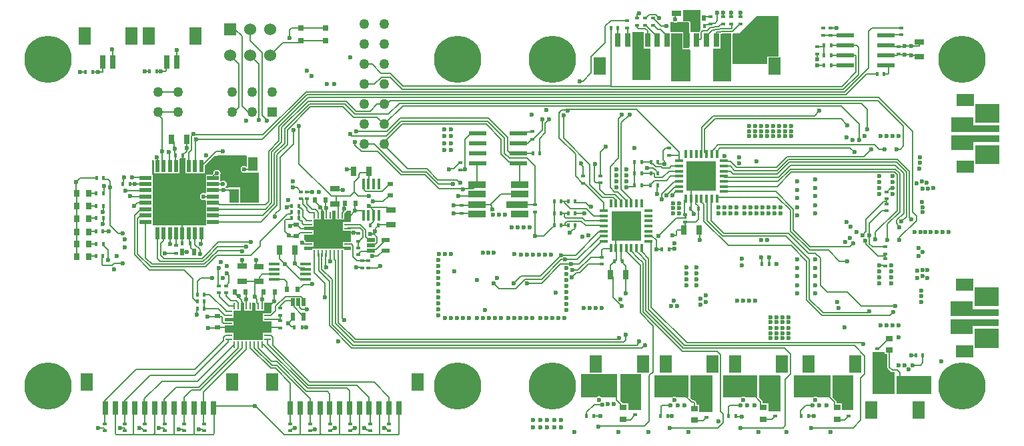
<source format=gbl>
G04*
G04 #@! TF.GenerationSoftware,Altium Limited,Altium Designer,19.1.5 (86)*
G04*
G04 Layer_Physical_Order=6*
G04 Layer_Color=16711680*
%FSLAX44Y44*%
%MOMM*%
G71*
G01*
G75*
%ADD10C,0.2000*%
%ADD17R,0.6000X0.4500*%
%ADD18R,0.8000X0.6000*%
%ADD19R,0.6000X0.4000*%
%ADD20R,0.4000X0.6000*%
%ADD22R,1.3000X0.8000*%
%ADD25R,0.4500X0.6000*%
%ADD32R,0.7000X0.9000*%
%ADD36R,0.5000X0.9000*%
%ADD62C,1.2700*%
%ADD63R,1.2700X1.2700*%
%ADD64C,6.0000*%
%ADD65C,1.5240*%
%ADD66R,1.5240X1.5240*%
%ADD67C,0.6000*%
%ADD68R,3.7000X3.7000*%
%ADD69R,0.3300X1.0400*%
%ADD70R,1.0400X0.3300*%
%ADD71R,0.4500X1.3500*%
%ADD72R,1.6000X2.2000*%
%ADD73R,0.7000X1.8000*%
%ADD74R,0.8000X1.3000*%
%ADD75R,1.3500X0.4500*%
%ADD76R,0.9000X0.7000*%
%ADD77R,2.2000X1.6000*%
%ADD78R,1.8000X0.7000*%
%ADD79R,1.5000X0.5500*%
%ADD80R,0.5500X1.5000*%
%ADD81R,0.6000X0.8000*%
%ADD82R,0.7000X0.7500*%
%ADD83R,2.2000X0.6000*%
%ADD84R,2.2500X0.9000*%
%ADD85R,2.8000X0.9000*%
%ADD86R,3.6000X3.6000*%
%ADD87R,0.8400X0.2600*%
%ADD88R,0.2600X0.8400*%
%ADD89R,1.0000X0.4700*%
%ADD90R,1.2000X1.8000*%
%ADD91R,0.4700X1.0000*%
G36*
X1068386Y729034D02*
Y719986D01*
X1068680D01*
Y696570D01*
X1061060D01*
Y716890D01*
X1057994D01*
Y717254D01*
X1047946D01*
Y716890D01*
X1045494D01*
Y717254D01*
X1044550D01*
Y729590D01*
X1048459D01*
X1049135Y729138D01*
X1050900Y728787D01*
X1052665Y729138D01*
X1053341Y729590D01*
X1067346D01*
X1068386Y729034D01*
D02*
G37*
G36*
X1082650Y740194D02*
X1082586D01*
Y729146D01*
X1082650D01*
Y719259D01*
X1082100Y718710D01*
X1081542Y717875D01*
X1081419Y717254D01*
X1072946D01*
Y716890D01*
X1070494D01*
Y717254D01*
X1070330D01*
Y719986D01*
X1070036Y720696D01*
Y729034D01*
X1069940Y729264D01*
X1069965Y729512D01*
X1069708Y729826D01*
X1069552Y730200D01*
X1069322Y730296D01*
X1069164Y730489D01*
X1068124Y731045D01*
X1067721Y731085D01*
X1067346Y731240D01*
X1061060D01*
Y744902D01*
X1082650D01*
Y740194D01*
D02*
G37*
G36*
X1181710Y686254D02*
X1166946D01*
Y676250D01*
X1123670D01*
Y714661D01*
X1124568Y715559D01*
X1132119Y715559D01*
X1153770Y737210D01*
X1181710D01*
Y686254D01*
D02*
G37*
G36*
X1010446Y696206D02*
X1019150D01*
Y655930D01*
X996290D01*
Y716890D01*
X1010446D01*
Y696206D01*
D02*
G37*
G36*
X1122020Y654660D02*
X1099160D01*
Y696206D01*
X1107994D01*
Y714445D01*
X1108177D01*
X1109162Y714641D01*
X1109997Y715198D01*
X1110358Y715559D01*
X1122020D01*
Y654660D01*
D02*
G37*
G36*
X1057994Y715240D02*
X1059410D01*
Y696570D01*
X1059894Y695404D01*
X1061060Y694920D01*
X1068680D01*
X1069950Y694072D01*
Y654660D01*
X1045820D01*
Y715240D01*
X1047946D01*
X1048825Y715604D01*
X1057115D01*
X1057994Y715240D01*
D02*
G37*
G36*
X1462380Y601955D02*
X1431900Y601955D01*
Y626085D01*
X1462380Y626085D01*
Y601955D01*
D02*
G37*
G36*
X1429360Y608940D02*
X1429360Y598780D01*
X1462380Y598780D01*
Y589890D01*
X1401420D01*
X1401420Y608940D01*
X1429360Y608940D01*
D02*
G37*
G36*
X1462380Y577190D02*
X1429360Y577190D01*
X1429360Y567030D01*
X1401420Y567030D01*
X1401420Y586080D01*
X1462380D01*
Y577190D01*
D02*
G37*
G36*
X1462236Y549329D02*
X1431756Y549329D01*
Y573459D01*
X1462236Y573459D01*
Y549329D01*
D02*
G37*
G36*
X474786Y560680D02*
X506427D01*
X507306Y559774D01*
X507306Y559410D01*
Y547345D01*
X506036Y546666D01*
X505295Y547161D01*
X503530Y547513D01*
X501765Y547161D01*
X500268Y546162D01*
X499268Y544665D01*
X498917Y542900D01*
X499268Y541135D01*
X500268Y539638D01*
X501765Y538638D01*
X503530Y538287D01*
X505295Y538638D01*
X506036Y539133D01*
X507306Y538726D01*
Y538726D01*
X507306Y538726D01*
X522354Y538726D01*
X522580Y537550D01*
Y500299D01*
X498354D01*
Y519774D01*
X483306D01*
Y518803D01*
X481379D01*
X480919Y519492D01*
X480122Y520024D01*
Y520588D01*
X481121Y522085D01*
X481473Y523850D01*
X481121Y525615D01*
X480122Y527112D01*
X478625Y528111D01*
X476860Y528463D01*
X475095Y528111D01*
X474454Y527683D01*
X474016Y527777D01*
X473184Y528362D01*
Y536021D01*
X473207Y536055D01*
X473558Y537820D01*
X473207Y539585D01*
X472207Y541082D01*
X470710Y542081D01*
X468945Y542433D01*
X467180Y542081D01*
X465683Y541082D01*
X464684Y539585D01*
X464332Y537820D01*
X464337Y537797D01*
X463045Y536504D01*
X455136D01*
Y527956D01*
Y519956D01*
Y513123D01*
X453866Y512444D01*
X453765Y512511D01*
X452000Y512863D01*
X450235Y512511D01*
X448738Y511512D01*
X447738Y510015D01*
X447387Y508250D01*
X447738Y506485D01*
X448738Y504988D01*
X450235Y503988D01*
X452000Y503637D01*
X453765Y503988D01*
X453923Y504094D01*
X455136Y503377D01*
Y495956D01*
Y487956D01*
Y479956D01*
Y471956D01*
X453939Y471780D01*
X388381D01*
X387184Y471956D01*
Y479956D01*
Y487956D01*
Y495956D01*
Y503956D01*
Y511956D01*
Y519956D01*
Y527956D01*
Y536504D01*
X386690D01*
Y554330D01*
X387956Y554423D01*
X388886Y553559D01*
Y538206D01*
X421434D01*
Y556254D01*
X422413Y556956D01*
X428617Y557412D01*
X428886Y556159D01*
Y538206D01*
X453434D01*
Y547733D01*
X465852Y560150D01*
X473061Y560680D01*
Y560680D01*
X473061D01*
X474660Y560798D01*
X474786Y560680D01*
D02*
G37*
G36*
X639420Y475674D02*
X628836D01*
Y465026D01*
X639420D01*
Y450674D01*
X628836D01*
Y445026D01*
X638503D01*
X638801Y444728D01*
Y440030D01*
X630534D01*
Y441724D01*
X589886D01*
Y440030D01*
X579730D01*
Y443924D01*
X580136Y445026D01*
X591584D01*
Y450674D01*
X585809D01*
X585560Y450723D01*
X581562D01*
X581398Y451549D01*
X580398Y453046D01*
X579730Y453492D01*
Y458924D01*
X580136Y460026D01*
X591584D01*
Y465674D01*
X580136D01*
X579730Y466776D01*
Y468924D01*
X580136Y470026D01*
X591584D01*
Y478976D01*
X600534D01*
Y490000D01*
X604571D01*
X604886Y489789D01*
Y478976D01*
X615534D01*
Y490000D01*
X619886D01*
Y478976D01*
X630534D01*
Y486785D01*
X631584Y487835D01*
X631810Y488172D01*
X632295Y488269D01*
X633792Y489268D01*
X634281Y490000D01*
X639420D01*
Y475674D01*
D02*
G37*
G36*
X1461110Y368910D02*
X1430630Y368910D01*
Y393040D01*
X1461110Y393040D01*
Y368910D01*
D02*
G37*
G36*
X538000Y361348D02*
X536756Y360104D01*
X527236D01*
Y354456D01*
Y349456D01*
X533011D01*
X533260Y349407D01*
X538000D01*
Y335104D01*
X527236D01*
Y329456D01*
Y326154D01*
X489984D01*
Y329456D01*
Y335104D01*
X479000D01*
Y344456D01*
X489984D01*
Y350104D01*
X484209D01*
X483960Y350154D01*
X479000D01*
Y354456D01*
X489984D01*
Y359456D01*
Y363406D01*
X498934D01*
Y373500D01*
X503286D01*
Y363406D01*
X513934D01*
Y373500D01*
X517361D01*
Y373206D01*
X517556Y372221D01*
X518114Y371386D01*
X518286Y371215D01*
Y363406D01*
X528934D01*
Y373500D01*
X538000D01*
Y361348D01*
D02*
G37*
G36*
X1428090Y375260D02*
X1428090Y365100D01*
X1461110Y365100D01*
Y356210D01*
X1400150D01*
X1400150Y375260D01*
X1428090Y375260D01*
D02*
G37*
G36*
X1461110Y343510D02*
X1428090Y343510D01*
X1428090Y333350D01*
X1400150Y333350D01*
X1400150Y352400D01*
X1461110D01*
Y343510D01*
D02*
G37*
G36*
Y315570D02*
X1430630D01*
Y340335D01*
X1461110D01*
Y315570D01*
D02*
G37*
G36*
X1376020Y257150D02*
X1331570Y257150D01*
Y280010D01*
X1376020Y280010D01*
Y257150D01*
D02*
G37*
G36*
X1316656Y310490D02*
Y308126D01*
X1320107D01*
Y291440D01*
X1320302Y290455D01*
X1320860Y289620D01*
X1324670Y285810D01*
X1325505Y285252D01*
X1326490Y285057D01*
X1329030D01*
X1329030Y257150D01*
X1301090Y257150D01*
X1301090Y310490D01*
X1316656Y310490D01*
D02*
G37*
G36*
X977240Y253340D02*
X957626D01*
X957512Y253512D01*
X956015Y254512D01*
X954250Y254863D01*
X952485Y254512D01*
X950988Y253512D01*
X950874Y253340D01*
X931275D01*
Y282550D01*
X977240D01*
Y253340D01*
D02*
G37*
G36*
X1247750Y281280D02*
Y253340D01*
X1231141D01*
X1230465Y253792D01*
X1228700Y254143D01*
X1226935Y253792D01*
X1226259Y253340D01*
X1201205Y253340D01*
Y281280D01*
X1247750Y281280D01*
D02*
G37*
G36*
X1155040Y253340D02*
X1139701D01*
X1139025Y253792D01*
X1137260Y254143D01*
X1135495Y253792D01*
X1134819Y253340D01*
X1111860D01*
Y281280D01*
X1155040D01*
Y253340D01*
D02*
G37*
G36*
X1067410D02*
X1052071D01*
X1051395Y253792D01*
X1049630Y254143D01*
X1047865Y253792D01*
X1047189Y253340D01*
X1024230D01*
Y281280D01*
X1067410D01*
Y253340D01*
D02*
G37*
G36*
X1276960Y236830D02*
X1262474D01*
Y245544D01*
X1255524D01*
Y247110D01*
X1255328Y248095D01*
X1254770Y248930D01*
X1250290Y253409D01*
Y281280D01*
X1276960D01*
X1276960Y236830D01*
D02*
G37*
G36*
X1000106Y282706D02*
X1007720D01*
X1007720Y236830D01*
X990884Y236830D01*
Y245544D01*
X983825D01*
X983738Y245985D01*
X983180Y246820D01*
X981050Y248950D01*
X981050Y282721D01*
X1000106Y282721D01*
Y282706D01*
D02*
G37*
G36*
X1184250Y280382D02*
X1184250Y235560D01*
X1168684Y235560D01*
Y245544D01*
X1161733D01*
Y247630D01*
X1161538Y248615D01*
X1160980Y249450D01*
X1157580Y252849D01*
X1157580Y281280D01*
X1183352Y281280D01*
X1184250Y280382D01*
D02*
G37*
G36*
X1097890Y234290D02*
X1081054Y234290D01*
Y244274D01*
X1077604D01*
Y245818D01*
X1077408Y246803D01*
X1076850Y247638D01*
X1075678Y248810D01*
X1074843Y249368D01*
X1073858Y249564D01*
X1072716D01*
X1069950Y252330D01*
X1069950Y281280D01*
X1097890Y281280D01*
X1097890Y234290D01*
D02*
G37*
D10*
X937328Y500160D02*
X941988Y495500D01*
X943500D01*
X924620Y500160D02*
X937328D01*
X923500Y501280D02*
X924620Y500160D01*
X954750Y464500D02*
X960150D01*
X952424Y462174D02*
X954750Y464500D01*
X952362Y462174D02*
X952424D01*
X923983Y433795D02*
X952362Y462174D01*
X956600Y458000D02*
X960150D01*
X954274Y455674D02*
X956600Y458000D01*
X953674Y455674D02*
X954274D01*
X926375Y428375D02*
X953674Y455674D01*
X989000Y520140D02*
X989440Y520580D01*
X997830D01*
X999000Y521750D01*
Y522250D01*
X311180Y665820D02*
X311450Y666090D01*
X978726Y606894D02*
X983000Y611168D01*
X978726Y557226D02*
Y606894D01*
X968000Y546500D02*
X978726Y557226D01*
X982250Y601750D02*
X993000Y612500D01*
X982250Y517250D02*
Y601750D01*
X995000Y500750D02*
Y504500D01*
X982250Y517250D02*
X995000Y504500D01*
X988750Y500750D02*
Y503000D01*
X986174Y505576D02*
X988750Y503000D01*
X986174Y505576D02*
Y505596D01*
X973706Y514122D02*
X977647D01*
X986174Y505596D01*
X968000Y519828D02*
X973706Y514122D01*
X968000Y519828D02*
Y546500D01*
X954750Y517798D02*
X961950Y510598D01*
X974671D01*
X949500Y526000D02*
X955250D01*
X954750Y517798D02*
Y525000D01*
X983000Y611168D02*
Y612250D01*
X982000Y499350D02*
Y503250D01*
X979674Y505576D02*
X982000Y503250D01*
X979674Y505576D02*
Y505596D01*
X974671Y510598D02*
X979674Y505596D01*
X976158Y527660D02*
X977240D01*
X1341690Y699070D02*
X1341730Y699030D01*
X1341810Y699110D01*
X1050900Y740360D02*
X1052170Y741630D01*
X1070490Y491510D02*
Y492750D01*
X955750Y535500D02*
X956500Y534750D01*
X1048250Y441750D02*
X1049250Y440750D01*
X1118500Y228250D02*
Y241750D01*
X1031250Y229750D02*
X1032750Y231250D01*
X957250Y244250D02*
X957750Y243750D01*
X923500Y501280D02*
Y502500D01*
X816100Y498300D02*
X829100Y511300D01*
X799360Y498300D02*
X816100D01*
X687070Y509000D02*
X689000D01*
X645000Y489500D02*
X645680Y490180D01*
X642495Y462542D02*
X648310D01*
X560828Y709422D02*
Y719828D01*
X290170Y513690D02*
X291440Y512420D01*
Y480205D02*
Y512420D01*
X290990Y479756D02*
X291440Y480205D01*
X290990Y448461D02*
X291440Y448011D01*
X290990Y447561D02*
X291440Y448011D01*
X571490Y389500D02*
X578740Y396750D01*
X469030Y342280D02*
X484260D01*
X769500Y487250D02*
X779500D01*
X779750Y487000D01*
X779750Y487000D01*
X769500Y496750D02*
X779500D01*
X779750Y497000D01*
X971500Y380500D02*
Y406000D01*
Y380500D02*
X982500Y369500D01*
X968500Y409000D02*
X971500Y406000D01*
X905504Y428274D02*
X926274D01*
X750356Y518324D02*
X793884D01*
X879497Y407250D02*
X906041Y433795D01*
X905194Y422694D02*
X919750D01*
X444500Y383250D02*
Y400750D01*
X1055253Y546753D02*
X1055750Y547250D01*
X1045815Y546753D02*
X1055253D01*
X1043565Y544503D02*
X1045815Y546753D01*
X1034762Y544503D02*
X1043565D01*
X1036750Y550027D02*
X1037051D01*
X1036750Y549000D02*
Y550027D01*
X1098406Y610726D02*
X1227147D01*
X1233783Y617362D01*
X1101232Y607202D02*
X1260918D01*
X1088094Y594064D02*
X1101232Y607202D01*
X1260918D02*
X1269340Y598780D01*
X1084250Y596570D02*
X1098406Y610726D01*
X1178224Y514510D02*
X1200316Y492418D01*
X1112270Y514510D02*
X1178224D01*
X1200316Y465874D02*
Y492418D01*
X1196792Y464414D02*
Y490958D01*
X1180410Y507340D02*
X1196792Y490958D01*
X1105100Y507340D02*
X1180410D01*
X1194195Y555442D02*
X1332805D01*
X1192736Y558966D02*
X1290486D01*
X1195527Y551790D02*
X1331473D01*
X1196701Y547980D02*
X1330299D01*
X1196762Y543058D02*
X1330238D01*
X1198222Y539534D02*
X1328778D01*
X1179698Y521010D02*
X1198222Y539534D01*
X1181214Y527510D02*
X1196762Y543058D01*
X1181747Y533026D02*
X1196701Y547980D01*
X1180287Y536550D02*
X1195527Y551790D01*
X1180225Y541472D02*
X1194195Y555442D01*
X1178766Y544996D02*
X1192736Y558966D01*
X1112270Y521010D02*
X1179698D01*
X1112270Y527510D02*
X1181214D01*
X1113254Y533026D02*
X1181747D01*
X1124560Y536550D02*
X1180287D01*
X1128334Y544996D02*
X1178766D01*
X1125988Y541472D02*
X1180225D01*
X1088094Y564686D02*
Y594064D01*
Y564686D02*
X1090420Y562360D01*
X1350282Y688018D02*
X1360780D01*
X1333515Y688355D02*
X1341730D01*
X1029730Y550027D02*
X1036750D01*
Y553500D01*
X981750Y426750D02*
X988000Y420500D01*
Y385750D02*
Y410000D01*
X779750Y487250D02*
X780000Y487000D01*
X1055570Y553510D02*
Y565249D01*
X1042500Y560750D02*
X1055500D01*
X933000Y525500D02*
X935000D01*
X1062500Y503000D02*
X1064750Y505250D01*
X1062500Y486270D02*
Y503000D01*
X1063500Y485070D02*
X1063600Y485170D01*
X1063500Y480694D02*
Y485070D01*
X1051856Y480694D02*
X1063500D01*
X1063600Y485170D02*
X1063750Y480694D01*
X1029237Y458075D02*
X1051856Y480694D01*
X1008300Y316178D02*
X1013598Y321476D01*
X1028730Y551027D02*
X1029730Y550027D01*
X1028730Y551027D02*
Y551790D01*
X1032999Y546266D02*
X1034762Y544503D01*
X1025685Y546266D02*
X1032999D01*
X1022237Y544730D02*
X1024225Y542742D01*
X1015242Y544730D02*
X1022237D01*
X1024808Y542742D02*
X1028730Y538820D01*
X1024225Y542742D02*
X1024808D01*
X1028730Y537820D02*
Y538820D01*
X1026500Y441000D02*
Y453000D01*
Y440750D02*
Y441000D01*
Y440750D02*
X1026750Y441000D01*
X1026500Y440750D02*
Y440750D01*
X1025625Y453875D02*
X1026500Y453000D01*
X1026250Y440500D02*
X1026500Y440750D01*
X1021800Y457700D02*
X1025625Y453875D01*
X1017150Y457700D02*
X1021800D01*
X968500Y420750D02*
X973500Y425750D01*
X925271Y411496D02*
X929496D01*
X919545Y405770D02*
X925271Y411496D01*
X929496D02*
X940500Y422500D01*
X957250D01*
X946812Y483750D02*
X959900D01*
X938038Y492524D02*
X946812Y483750D01*
X917842Y492524D02*
X938038D01*
X910250Y500116D02*
X917842Y492524D01*
X910250Y500116D02*
Y502000D01*
X935000Y525500D02*
X960150Y500350D01*
Y490500D02*
Y500350D01*
X933000Y525500D02*
X933000D01*
X1022160Y549790D02*
X1025685Y546266D01*
X1084250Y562690D02*
Y596570D01*
X1083920Y562360D02*
X1084250Y562690D01*
X1120470Y552860D02*
X1128334Y544996D01*
X1120750Y546710D02*
X1125988Y541472D01*
X1120600Y540510D02*
X1124560Y536550D01*
X1112270Y540510D02*
X1120600D01*
X1112570Y546710D02*
X1120750D01*
X1096000Y504740D02*
X1096920Y505660D01*
X1096000Y477717D02*
Y504740D01*
Y477717D02*
X1111939Y461778D01*
X1194252D01*
X1110480Y458254D02*
X1191426D01*
X1091102Y477631D02*
X1110480Y458254D01*
X1091102Y477631D02*
Y504978D01*
X1117814Y445936D02*
X1197394D01*
X1086896Y476854D02*
X1117814Y445936D01*
X1086896Y476854D02*
Y498764D01*
X394500Y640000D02*
X395190Y640690D01*
X419710D01*
X869290Y581080D02*
X870040D01*
X868540D02*
X869290D01*
X325328Y214250D02*
X326500Y213078D01*
X319250Y214250D02*
X325328D01*
X319000Y214000D02*
X319250Y214250D01*
X326500Y211240D02*
Y213078D01*
Y211240D02*
X327000Y210740D01*
X948000Y244250D02*
X957250D01*
X938250Y234500D02*
X948000Y244250D01*
X938250Y229750D02*
Y234500D01*
X947250Y230000D02*
X953500D01*
X954250Y229250D01*
X1073485Y487265D02*
X1074250Y486500D01*
X1073485Y487265D02*
Y488515D01*
X1070490Y491510D02*
X1073485Y488515D01*
X881750Y592790D02*
Y606750D01*
X870040Y581080D02*
X881750Y592790D01*
X501250Y419750D02*
Y427500D01*
X469030Y342280D02*
X469250Y342500D01*
X468000Y341250D02*
X469030Y342280D01*
X457750Y341250D02*
X468000D01*
X923620Y468120D02*
Y471680D01*
X922493Y466993D02*
X923620Y468120D01*
X920993Y466993D02*
X922493D01*
X916750Y462750D02*
X920993Y466993D01*
X923700Y487000D02*
X935750D01*
X923620Y486920D02*
X923700Y487000D01*
X962250Y571250D02*
Y571500D01*
X955750Y564750D02*
X962250Y571250D01*
X955750Y535500D02*
Y564750D01*
X667013Y501817D02*
X679887D01*
X1043250Y441750D02*
X1048250D01*
X1042500Y441000D02*
X1043250Y441750D01*
X955500Y534750D02*
X956500D01*
X998830Y537820D02*
Y551080D01*
X999000Y551250D01*
X998830Y522580D02*
Y537820D01*
X430480Y581000D02*
X431140Y580340D01*
Y569570D02*
Y580340D01*
X589750Y396750D02*
X590250Y397250D01*
X578740Y396750D02*
X589750D01*
X968500Y409000D02*
Y420750D01*
X975750Y428000D02*
Y439250D01*
X973500Y425750D02*
X975750Y428000D01*
X779750Y497000D02*
X798060D01*
X799360Y498300D01*
X975500Y457750D02*
X980000Y462250D01*
X975500Y442650D02*
Y457750D01*
X1070460Y493210D02*
Y503750D01*
X1070750D01*
X1070920Y520420D02*
X1075500Y525000D01*
X1070920Y505660D02*
Y520420D01*
X1080720Y465430D02*
X1081500Y464650D01*
X1081750Y465750D02*
Y466900D01*
X560828Y709422D02*
X561000Y709250D01*
X560828Y719828D02*
X563600Y722600D01*
X575160D01*
X1081500Y453250D02*
Y464650D01*
X972465Y244215D02*
X972500Y244250D01*
X1117750Y227500D02*
X1118500Y228250D01*
Y241750D02*
X1119930Y243180D01*
X1133450D01*
X1032750Y231250D02*
Y242000D01*
X1033930Y243180D01*
X1044550D01*
X1216430D02*
X1224890D01*
X1209750Y236500D02*
X1216430Y243180D01*
X1209750Y231000D02*
Y236500D01*
Y231000D02*
X1210750Y230000D01*
X1352520Y293980D02*
X1361730D01*
X1352250Y294250D02*
X1352520Y293980D01*
X1361730D02*
X1364750Y297000D01*
Y307000D01*
X637760Y483440D02*
X644500Y490180D01*
X645680D02*
X653500D01*
X654750Y488930D01*
Y484500D02*
Y488930D01*
X679887Y501817D02*
X687070Y509000D01*
X634750Y543000D02*
X634850Y542900D01*
X640080D01*
X642620Y540360D01*
X1104240Y731942D02*
Y741750D01*
X1100928Y728630D02*
X1104240Y731942D01*
X571490Y389500D02*
Y390500D01*
X573550Y404300D02*
X579880D01*
X581130Y403050D01*
X669900Y464160D02*
X670665Y464925D01*
Y468065D01*
X673630Y471030D01*
Y471780D01*
X642341Y462696D02*
X642495Y462542D01*
X634714Y462696D02*
X642341D01*
X634560Y462850D02*
X634714Y462696D01*
X663550Y460350D02*
X668270D01*
X672344Y456275D01*
X670590Y447730D02*
X672344Y449484D01*
Y456275D01*
X674290Y472440D02*
X674455Y472605D01*
X673630Y471780D02*
X674290Y472440D01*
X690220D01*
X763880Y542900D02*
X764645Y543665D01*
X769055D01*
X777100Y551710D01*
X777850D01*
X518770Y422660D02*
Y427330D01*
Y422660D02*
X521770Y419660D01*
X522580D01*
X548640Y429210D02*
Y440030D01*
Y429210D02*
X555600Y422250D01*
X573550Y404300D01*
X573736Y367944D02*
X576581Y365100D01*
X583540D01*
X572110Y373990D02*
X573736Y372364D01*
Y367944D02*
Y372364D01*
X536160Y369790D02*
X541630Y375260D01*
X536160Y362580D02*
Y369790D01*
X535860Y362280D02*
X536160Y362580D01*
X532960Y362280D02*
X535860D01*
X541630Y375260D02*
Y386040D01*
X542280Y386690D01*
X577110Y342240D02*
X582270D01*
X532960Y342280D02*
X533260Y341980D01*
X548240D01*
X549250Y340970D01*
X600050Y494640D02*
Y495530D01*
Y493558D02*
Y494640D01*
Y493558D02*
X602410Y491198D01*
Y485000D02*
Y491198D01*
X620980Y516230D02*
X629260D01*
X619100Y518110D02*
X620980Y516230D01*
X644500Y490180D02*
Y499070D01*
X645150Y499720D01*
X593050Y502530D02*
X600050Y495530D01*
X645770Y418440D02*
X646115Y418095D01*
X653045D01*
X653390Y417750D01*
X496415Y382375D02*
X497180Y381610D01*
X494765Y382375D02*
X496415D01*
X491450Y385690D02*
X494765Y382375D01*
X491450Y385690D02*
Y386690D01*
X497180Y380528D02*
Y381610D01*
Y380528D02*
X500546Y377162D01*
Y375512D02*
Y377162D01*
Y375512D02*
X500810Y375248D01*
Y369430D02*
Y375248D01*
Y369430D02*
X501110Y369130D01*
X666170Y447730D02*
X670590D01*
X664820Y446380D02*
X666170Y447730D01*
X637760Y478150D02*
Y483440D01*
X637460Y477850D02*
X637760Y478150D01*
X634560Y477850D02*
X637460D01*
X593050Y502530D02*
Y503530D01*
X602410Y485000D02*
X602710Y484700D01*
X563870Y472430D02*
X569570D01*
X561950Y470510D02*
X563870Y472430D01*
X569570D02*
X570570D01*
X575150Y467850D01*
X585860D01*
X290170Y526390D02*
X295250Y531470D01*
X316150D01*
X290170Y513690D02*
Y526390D01*
X290990Y463654D02*
Y479756D01*
Y448461D02*
Y463654D01*
Y432368D02*
Y447561D01*
X863380Y575920D02*
X868540Y581080D01*
X851510Y575920D02*
X863380D01*
X430375Y568805D02*
X431140Y569570D01*
X430375Y565825D02*
Y568805D01*
X425980Y561430D02*
X430375Y565825D01*
X425980Y560680D02*
Y561430D01*
X425570Y560270D02*
X425980Y560680D01*
X425570Y547640D02*
Y560270D01*
X425160Y547230D02*
X425570Y547640D01*
X424790Y461600D02*
Y475590D01*
Y461600D02*
X425160Y461230D01*
X403200Y436220D02*
X403240Y436260D01*
X417130D01*
X417170Y436300D01*
X829100Y511300D02*
X852860D01*
X816100Y498300D02*
X817725Y496675D01*
Y492865D02*
Y496675D01*
Y492865D02*
X818490Y492100D01*
X1231240Y682600D02*
Y689030D01*
X1350620Y699110D02*
X1360780D01*
X1341810D02*
X1350620D01*
X1334150Y699070D02*
X1341690D01*
X1334110Y699030D02*
X1334150Y699070D01*
X1319550Y699030D02*
X1334110D01*
X1247750Y721970D02*
X1255370D01*
X1360780Y699110D02*
Y704800D01*
X1309980Y420980D02*
X1310325Y420635D01*
X1317255D01*
X1317600Y420290D01*
X1325725Y518005D02*
X1326490Y518770D01*
X1323495Y518005D02*
X1325725D01*
X1319870Y514380D02*
X1323495Y518005D01*
X1318870Y514380D02*
X1319870D01*
X655930Y213970D02*
X657012D01*
X659242Y211740D01*
X662550D01*
X663550Y210740D01*
X1050900Y733400D02*
Y740360D01*
X1096350Y728630D02*
X1100928D01*
X1095350Y727630D02*
X1096350Y728630D01*
X1094350Y727630D02*
X1095350D01*
X1093230Y726510D02*
X1094350Y727630D01*
X1088900Y726510D02*
X1093230D01*
X1087650Y725260D02*
X1088900Y726510D01*
X1087650Y724510D02*
Y725260D01*
X1170240Y431100D02*
X1170280Y431140D01*
X1170240Y422290D02*
Y431100D01*
X1170200Y422250D02*
X1170240Y422290D01*
X681330Y213970D02*
X682095Y213205D01*
X684215D01*
X686680Y210740D01*
X687680D01*
X643735Y213205D02*
X644500Y213970D01*
X641615Y213205D02*
X643735D01*
X639150Y210740D02*
X641615Y213205D01*
X638150Y210740D02*
X639150D01*
X618335Y213205D02*
X619100Y213970D01*
X616215Y213205D02*
X618335D01*
X613750Y210740D02*
X616215Y213205D01*
X612750Y210740D02*
X613750D01*
X592618Y212700D02*
X593159D01*
X591658Y211740D02*
X592618Y212700D01*
X588620Y211740D02*
X591658D01*
X587620Y210740D02*
X588620Y211740D01*
X587350Y210740D02*
X587620D01*
X564685Y213205D02*
X567535D01*
X562220Y210740D02*
X564685Y213205D01*
X567535D02*
X568300Y213970D01*
X561950Y210740D02*
X562220D01*
X450500Y212700D02*
X452460Y210740D01*
X446380Y212700D02*
X450500D01*
X452460Y210740D02*
X452730D01*
X425624Y212700D02*
X427584Y210740D01*
X420980Y212700D02*
X425624D01*
X395580Y213970D02*
X401930D01*
Y211248D02*
Y213970D01*
Y211248D02*
X402438Y210740D01*
X370815Y213970D02*
X371580Y213205D01*
X373827D01*
X376292Y210740D01*
X377292D01*
X352050Y213970D02*
X352400Y213620D01*
Y210994D02*
Y213620D01*
X346050Y213970D02*
X352050D01*
X352146Y210740D02*
X352400Y210994D01*
X1318200Y700380D02*
X1319550Y699030D01*
X424975Y461045D02*
X425160Y461230D01*
X424975Y449105D02*
Y461045D01*
X424790Y448920D02*
X424975Y449105D01*
X575160Y722600D02*
X607160D01*
X296520Y666090D02*
X302180D01*
X377800Y667360D02*
X383460D01*
X1080000Y479250D02*
Y491500D01*
X1076920Y476170D02*
X1080000Y479250D01*
X1079750Y491750D02*
X1080000Y491500D01*
X1063600Y476170D02*
X1076920D01*
X1090420Y505660D02*
X1091102Y504978D01*
X1083920Y501740D02*
X1086896Y498764D01*
X1083920Y501740D02*
Y505660D01*
X1020730Y549790D02*
X1022160D01*
X1019730Y550790D02*
X1020730Y549790D01*
X1019730Y550790D02*
Y551790D01*
X1007750Y552000D02*
X1007960Y551790D01*
X1019730D01*
X667500Y483250D02*
X667750Y483000D01*
Y476650D02*
Y483000D01*
X663630Y472530D02*
X667750Y476650D01*
X662409Y495910D02*
X667750Y490569D01*
Y485250D02*
Y490569D01*
X1035500Y566750D02*
X1038500Y569750D01*
X1035500Y554750D02*
Y566750D01*
Y554750D02*
X1036750Y553500D01*
X1038500Y569750D02*
X1042500D01*
X924000Y534500D02*
X933000Y525500D01*
X924000Y534500D02*
Y562500D01*
X933750Y534500D02*
Y546000D01*
Y534000D02*
Y534500D01*
X933500Y546250D02*
X933750Y546000D01*
X909003Y582481D02*
X942500Y548984D01*
Y523000D02*
Y548984D01*
Y523000D02*
X958426Y507074D01*
X568390Y457250D02*
X569570Y458430D01*
X562510Y457250D02*
X568390D01*
X560680Y459080D02*
X562510Y457250D01*
X501250Y400660D02*
X520080D01*
X464810Y239370D02*
X467350Y241910D01*
X522750Y405910D02*
X526390Y409550D01*
X522750Y400830D02*
Y405910D01*
X522580Y400660D02*
X522750Y400830D01*
X448220Y404470D02*
X462890D01*
X444500Y400750D02*
X448220Y404470D01*
X383541Y415330D02*
X427170D01*
X438500Y404000D01*
Y379500D02*
Y404000D01*
Y379500D02*
X442880Y375120D01*
X443890D01*
X444000Y382750D02*
X444500Y383250D01*
X452890Y366860D02*
X453000Y366750D01*
X452890Y366860D02*
Y375120D01*
X453500Y384000D02*
X459640D01*
X481360Y362280D01*
X484260D01*
X453500Y365750D02*
X470569D01*
X478740Y357580D01*
X483960D01*
X484260Y357280D01*
X470422Y355328D02*
X475750D01*
X469500Y356250D02*
X470422Y355328D01*
X475750Y349250D02*
Y355328D01*
Y349250D02*
X477420Y347580D01*
X483960D01*
X484260Y347280D01*
X457250Y355500D02*
X468250D01*
X443750Y358500D02*
X443820Y358570D01*
Y366160D01*
X443890Y366230D01*
X895180Y469680D02*
X895840D01*
X883310Y457810D02*
X895180Y469680D01*
X874190Y457810D02*
X883310D01*
X935925Y477500D02*
X960150D01*
X932697Y480728D02*
X935925Y477500D01*
X931237Y477204D02*
X936891Y471550D01*
X959600D01*
X912022Y480728D02*
X932697D01*
X910875Y474375D02*
X913704Y477204D01*
X910750Y471680D02*
X914180D01*
X905840D02*
X910750D01*
Y474000D02*
X911000Y474250D01*
X910750Y471680D02*
Y474000D01*
X913704Y477204D02*
X931237D01*
X910000Y482750D02*
X912022Y480728D01*
X906170Y487250D02*
X914250D01*
X959600Y471550D02*
X960150Y471000D01*
X959900Y483750D02*
X960150Y484000D01*
X907500Y502250D02*
X914530D01*
X914620Y502160D01*
X907250Y502000D02*
X907500Y502250D01*
X907250Y502000D02*
X907750D01*
X910000Y482750D02*
Y486750D01*
X905840Y486920D02*
X906170Y487250D01*
X914180Y471680D02*
X914250Y471750D01*
X873100Y457810D02*
Y488870D01*
X896840Y470680D02*
Y471680D01*
X874000Y458000D02*
X874190Y457810D01*
X895840Y469680D02*
X896840Y470680D01*
Y471680D02*
Y486920D01*
Y502160D01*
X878870Y582130D02*
X885774Y589034D01*
Y601510D01*
X890794Y606530D01*
X878870Y563220D02*
Y582130D01*
X1111500Y736990D02*
X1111804Y737294D01*
X358750Y524230D02*
X365100D01*
X915540Y619250D02*
X1001569D01*
X1055570Y565249D01*
X914075Y617785D02*
X915540Y619250D01*
X909003Y582481D02*
Y609970D01*
X903479Y583021D02*
Y614729D01*
Y583021D02*
X924000Y562500D01*
X903479Y615229D02*
X906250Y618000D01*
X903479Y614729D02*
X903750Y615000D01*
X931045Y548705D02*
X933500Y546250D01*
X931045Y548705D02*
Y550527D01*
X948250Y548250D02*
X949250Y549250D01*
X948250Y527250D02*
Y548250D01*
X908722Y610250D02*
X909003Y609970D01*
X908500Y610250D02*
X908722D01*
X906250Y618000D02*
X913860D01*
X914075Y617785D01*
X916514Y623158D02*
X1261472D01*
X916327Y623345D02*
X916514Y623158D01*
X704625Y623345D02*
X916327D01*
X932393Y626878D02*
X1286962D01*
X932384Y626869D02*
X932393Y626878D01*
X700529Y626869D02*
X932384D01*
X930933Y630402D02*
X1307568D01*
X930924Y630393D02*
X930933Y630402D01*
X689168Y630393D02*
X930924D01*
X929473Y633926D02*
X1309124D01*
X929464Y633917D02*
X929473Y633926D01*
X699822Y633917D02*
X929464D01*
X928014Y637450D02*
X1267370D01*
X928005Y637441D02*
X928014Y637450D01*
X701282Y637441D02*
X928005D01*
X926554Y640974D02*
X1265718D01*
X926545Y640965D02*
X926554Y640974D01*
X702741Y640965D02*
X926545D01*
X925095Y644498D02*
X1264258D01*
X925085Y644489D02*
X925095Y644498D01*
X704201Y644489D02*
X925085D01*
X705174Y648500D02*
X968930D01*
X929000Y655000D02*
X933250D01*
X969250Y648250D02*
X1261743D01*
X1265718Y640974D02*
X1296010Y671266D01*
X1261472Y623158D02*
X1284580Y600050D01*
X1264258Y644498D02*
X1283248Y663488D01*
X1267370Y637450D02*
X1293470Y663550D01*
X1309124Y633926D02*
X1351832Y591218D01*
X1261743Y648250D02*
X1279724Y666231D01*
X1307568Y630402D02*
X1340460Y597510D01*
X1286962Y626878D02*
X1294740Y619100D01*
X657954Y514726D02*
X678796D01*
X656000Y516680D02*
X657954Y514726D01*
X662280Y495910D02*
X662409D01*
X1026750Y441000D02*
X1033500D01*
X975500Y499350D02*
Y503250D01*
X973174Y505576D02*
X975500Y503250D01*
X973174Y505576D02*
Y505596D01*
X971695Y507074D02*
X973174Y505596D01*
X958426Y507074D02*
X971695D01*
X955250Y526000D02*
X955500Y525750D01*
X948250Y527250D02*
X949500Y526000D01*
X681330Y625450D02*
X684225D01*
X672440D02*
X681330D01*
X438000Y586590D02*
X527110D01*
X968930Y648500D02*
Y721970D01*
X688854Y664820D02*
X705174Y648500D01*
X962000Y703750D02*
Y724510D01*
X945504Y687254D02*
X962000Y703750D01*
X945424Y687254D02*
X945504D01*
X943946Y665696D02*
Y685776D01*
X933250Y655000D02*
X943946Y665696D01*
Y685776D02*
X945424Y687254D01*
X702334Y641372D02*
X702741Y640965D01*
X684225Y625450D02*
X689168Y630393D01*
X655930Y676250D02*
X666090D01*
X681330Y600050D02*
X704625Y623345D01*
X666090Y676250D02*
X677520Y664820D01*
X583351Y637848D02*
X700875D01*
X688966Y659724D02*
X704201Y644489D01*
X677520Y664820D02*
X688854D01*
X700875Y637848D02*
X701282Y637441D01*
X686712Y613052D02*
X700529Y626869D01*
X584811Y634324D02*
X699415D01*
X699822Y633917D01*
X581892Y641372D02*
X702334D01*
X437004Y567470D02*
Y584819D01*
X438239Y586054D01*
Y586351D01*
X438000Y586590D02*
X438239Y586351D01*
X442006Y580263D02*
X442772Y581028D01*
X442006Y548076D02*
Y580263D01*
X441160Y547230D02*
X442006Y548076D01*
X442800Y581000D02*
X526503D01*
X442772Y581028D02*
X442800Y581000D01*
X644000Y576668D02*
X644500Y576168D01*
Y573530D02*
Y576168D01*
Y573530D02*
X652254Y565776D01*
X702532Y535915D02*
X732765D01*
X672671Y565776D02*
X702532Y535915D01*
X652254Y565776D02*
X672671D01*
X655930Y574650D02*
X668780D01*
X703991Y539439D02*
X734321D01*
X668780Y574650D02*
X703991Y539439D01*
X611924Y344529D02*
X640275Y316178D01*
X615448Y345988D02*
X641734Y319702D01*
X619544Y346876D02*
X643194Y323226D01*
X623068Y348336D02*
X644654Y326750D01*
X511150Y687680D02*
X522564Y676266D01*
Y605564D02*
Y676266D01*
X438000Y586590D02*
X439004Y587594D01*
X527110Y586590D02*
X581892Y641372D01*
X526503Y581000D02*
X583351Y637848D01*
X439004Y587594D02*
Y587901D01*
X433160Y563626D02*
X437004Y567470D01*
X449292Y547230D02*
X467822Y565760D01*
X476860D01*
X449160Y547230D02*
X449292D01*
X522250Y605250D02*
X522564Y605564D01*
X526406Y611704D02*
X532526Y605585D01*
Y604280D02*
Y605585D01*
X526406Y611704D02*
Y691094D01*
X511150Y706350D02*
X526406Y691094D01*
X452000Y508250D02*
X452010Y508240D01*
X464150D01*
X464160Y508230D01*
X361290Y532740D02*
X361545Y532485D01*
X377905D01*
X358750Y508230D02*
X378160D01*
X1002640Y735780D02*
Y741020D01*
X511150Y706350D02*
Y720700D01*
X920295Y415020D02*
X927020D01*
X919770D02*
X920295D01*
X919750Y415000D02*
X919770Y415020D01*
X927020D02*
X943500Y431500D01*
X957250D01*
X981750Y426750D02*
Y442400D01*
X988000Y410750D02*
Y420500D01*
X981750Y442400D02*
X982000Y442650D01*
X1079746Y493004D02*
Y496504D01*
X1077000Y499250D02*
X1079746Y496504D01*
X1077000Y499250D02*
Y504750D01*
X880774Y403543D02*
X905504Y428274D01*
X880750Y398250D02*
X905194Y422694D01*
X906041Y433795D02*
X923983D01*
X919750Y422694D02*
X919806Y422750D01*
X928562D01*
X942914Y437102D01*
Y437164D01*
X956500Y450750D01*
X1033300Y504775D02*
X1033564Y505038D01*
Y511600D01*
X1048824Y526860D01*
X1052110D01*
X1053000Y527750D01*
X1039301Y509903D02*
X1050398Y521000D01*
X1039301Y509525D02*
Y509903D01*
X1028040Y511150D02*
Y522470D01*
X1028150Y522580D01*
X1050398Y521000D02*
X1052750D01*
X855022Y407250D02*
X879497D01*
X845791Y398019D02*
X855022Y407250D01*
X862523Y398250D02*
X880750D01*
X860004Y403543D02*
X880774D01*
X847961Y391500D02*
X860004Y403543D01*
X821559Y396750D02*
X826809Y391500D01*
X820500Y396750D02*
X821559D01*
X826809Y391500D02*
X847961D01*
X644000Y576668D02*
Y577750D01*
X734321Y539439D02*
X749910Y523850D01*
X780000Y487000D02*
X798160D01*
X799360Y485800D01*
X958750Y441750D02*
X968750D01*
X534868Y501848D02*
Y566085D01*
X530746Y497726D02*
X534868Y501848D01*
Y566085D02*
X547772Y578989D01*
Y597285D01*
X584811Y634324D01*
X530234Y492230D02*
X538392Y500388D01*
X551296Y595825D02*
X584731Y629260D01*
X551296Y577530D02*
Y595825D01*
X538392Y564626D02*
X551296Y577530D01*
X538392Y500388D02*
Y564626D01*
X554820Y576070D02*
Y594366D01*
X541916Y563166D02*
X554820Y576070D01*
X541916Y498736D02*
Y563166D01*
X586190Y625736D02*
X631577D01*
X554820Y594366D02*
X586190Y625736D01*
X545440Y497276D02*
Y561690D01*
X524394Y476230D02*
X545440Y497276D01*
X558344Y592906D02*
X587650Y622212D01*
X545440Y561690D02*
X558344Y574594D01*
Y592906D01*
X587650Y622212D02*
X628880D01*
X566000Y575250D02*
Y592750D01*
X548964Y558214D02*
X566000Y575250D01*
X548964Y492214D02*
Y558214D01*
X573250Y549891D02*
Y598000D01*
X638150Y508610D02*
X643230Y513690D01*
X542750Y486000D02*
X548964Y492214D01*
X614530Y508610D02*
X621542D01*
X573250Y549891D02*
X614530Y508610D01*
X584731Y629260D02*
X633037D01*
X542750Y482500D02*
Y486000D01*
X749370Y529374D02*
X773294D01*
X776668Y526000D01*
X777750D01*
X735209Y543535D02*
X749370Y529374D01*
X1006154Y360605D02*
X1022500Y344259D01*
Y285531D02*
Y344259D01*
X1017880Y280911D02*
X1022500Y285531D01*
X957250Y440250D02*
X958750Y441750D01*
X957250Y431500D02*
Y440250D01*
X1013202Y363524D02*
Y427048D01*
X1005324Y434926D02*
X1013202Y427048D01*
X1005304Y434926D02*
X1005324D01*
X1009678Y362065D02*
Y424072D01*
X1002348Y431402D02*
X1009678Y424072D01*
X1002328Y431402D02*
X1002348D01*
X1007750Y438750D02*
X1008000Y439000D01*
Y442650D01*
X1008000Y442650D01*
X1007750Y438500D02*
X1016726Y429524D01*
X995250Y439250D02*
Y442000D01*
Y438480D02*
Y438500D01*
Y438480D02*
X1002328Y431402D01*
X1016726Y364984D02*
Y429524D01*
X988500Y438731D02*
X1006154Y421077D01*
Y360605D02*
Y421077D01*
X988500Y438731D02*
Y442250D01*
X1059983Y311760D02*
X1103950D01*
X1009678Y362065D02*
X1059983Y311760D01*
X1020250Y367810D02*
Y450500D01*
X1016850Y458000D02*
X1017150Y457700D01*
X1001750Y438480D02*
Y442250D01*
Y438480D02*
X1005304Y434926D01*
X1061028Y315698D02*
X1189202D01*
X1013202Y363524D02*
X1061028Y315698D01*
X1020250Y367810D02*
X1065314Y322746D01*
X1016726Y364984D02*
X1062488Y319222D01*
X552846Y703976D02*
X573036D01*
X575160Y706100D01*
X536550Y687680D02*
X552846Y703976D01*
X655750Y599250D02*
X656000Y599500D01*
X640024Y585476D02*
X684289D01*
X637750Y587750D02*
X640024Y585476D01*
X646176Y591176D02*
X685006D01*
X646000Y591000D02*
X646176Y591176D01*
X684289Y585476D02*
X702673Y603860D01*
X977000Y326750D02*
X979000Y328750D01*
X644654Y326750D02*
X977000D01*
X643194Y323226D02*
X984976D01*
X641734Y319702D02*
X1001816D01*
X640275Y316178D02*
X1008300D01*
X1001816Y319702D02*
X1003910Y321796D01*
X984976Y323226D02*
X987500Y325750D01*
Y333000D01*
X953023Y215843D02*
X953690Y216510D01*
X1011530D01*
X1017880Y222860D01*
Y280911D01*
X1127500Y229000D02*
X1135000D01*
X1043000Y229500D02*
X1046500D01*
X1042500Y230000D02*
X1043000Y229500D01*
X1219500D02*
X1226750D01*
X1219000D02*
X1219500D01*
X1218750Y229250D02*
X1219000Y229500D01*
X1350250Y307000D02*
X1355750D01*
X663630Y471780D02*
Y472530D01*
X664832Y494440D02*
X685060D01*
X688250Y491250D01*
X686820Y522750D02*
X689750D01*
X678796Y514726D02*
X686820Y522750D01*
X656000Y516680D02*
Y522750D01*
X654750Y524000D02*
X656000Y522750D01*
X648310Y508610D02*
X661390D01*
X643230Y513690D02*
X648310Y508610D01*
X661500Y524250D02*
Y540240D01*
X661620Y540360D01*
X659760Y538500D02*
X661500Y540240D01*
X649144Y536394D02*
X651250Y538500D01*
X649144Y532814D02*
Y536394D01*
X643230Y526900D02*
X649144Y532814D01*
X643230Y513730D02*
Y526900D01*
X651250Y538500D02*
X659760D01*
X661250Y524000D02*
X661500Y524250D01*
X1055345Y553285D02*
X1055570Y553510D01*
X1351832Y489046D02*
Y591218D01*
Y489046D02*
X1356970Y483908D01*
X1347702Y482318D02*
Y540545D01*
Y482318D02*
X1350620Y479400D01*
X1332805Y555442D02*
X1347702Y540545D01*
X1344178Y483118D02*
Y539085D01*
X1331473Y551790D02*
X1344178Y539085D01*
X1337920Y476860D02*
X1344178Y483118D01*
X1340654Y487406D02*
Y537625D01*
X1330299Y547980D02*
X1340654Y537625D01*
X1331570Y478322D02*
X1340654Y487406D01*
X1330238Y543058D02*
X1335538Y537758D01*
Y488448D02*
Y537758D01*
X1320140Y473050D02*
X1335538Y488448D01*
X1328778Y539534D02*
X1332014Y536298D01*
Y490004D02*
Y536298D01*
X1304900Y462890D02*
X1332014Y490004D01*
X1133500Y736680D02*
Y741750D01*
X1133450Y736630D02*
X1133500Y736680D01*
X1122000Y736650D02*
Y741750D01*
Y736650D02*
X1122020Y736630D01*
X1111804Y737294D02*
Y741786D01*
X1111500Y736990D02*
X1111860Y736630D01*
X993750Y224710D02*
X1000100Y231060D01*
X1085770Y223440D02*
X1090270Y227940D01*
X1173510Y225400D02*
X1177900Y229790D01*
X1320180Y325650D02*
X1322680Y328150D01*
X1319100Y325650D02*
X1320180D01*
X1308440Y314990D02*
X1319100Y325650D01*
X1307440Y314990D02*
X1308440D01*
X1335820Y269830D02*
Y284650D01*
X1332840Y287630D02*
X1335820Y284650D01*
X1326490Y287630D02*
X1332840D01*
X1322680Y291440D02*
X1326490Y287630D01*
X1322680Y291440D02*
Y313150D01*
X1265530Y224710D02*
X1270610Y229790D01*
X1243310Y256750D02*
Y262250D01*
Y256750D02*
X1252950Y247110D01*
Y243020D02*
Y247110D01*
Y243020D02*
X1255450Y240520D01*
X1256450D01*
Y225520D02*
X1257260Y224710D01*
X1265530D01*
X1162780Y225400D02*
X1173510D01*
X1162660Y225520D02*
X1162780Y225400D01*
X1161660Y240520D02*
X1162660D01*
X1159160Y243020D02*
X1161660Y240520D01*
X1159160Y243020D02*
Y247630D01*
X1150060Y256730D02*
X1159160Y247630D01*
X1150060Y256730D02*
Y262230D01*
X983860Y240520D02*
X984860D01*
X981360Y243020D02*
X983860Y240520D01*
X981360Y243020D02*
Y245000D01*
X976130Y250230D02*
X981360Y245000D01*
X976130Y250230D02*
Y259730D01*
X973630Y262230D02*
X976130Y259730D01*
X1075030Y239250D02*
Y245818D01*
X1073858Y246990D02*
X1075030Y245818D01*
X1071650Y246990D02*
X1073858D01*
X1061890Y256750D02*
X1071650Y246990D01*
X1061890Y256750D02*
Y262250D01*
X1075840Y223440D02*
X1085770D01*
X1075030Y224250D02*
X1075840Y223440D01*
X985670Y224710D02*
X993750D01*
X984860Y225520D02*
X985670Y224710D01*
X1108414Y279548D02*
Y307295D01*
X1108050Y279184D02*
X1108414Y279548D01*
X1108050Y235560D02*
Y279184D01*
Y235560D02*
X1111763Y231847D01*
X1103950Y311760D02*
X1108414Y307295D01*
X1111763Y221301D02*
Y231847D01*
X1043303Y214573D02*
X1105035D01*
X1111763Y221301D01*
X1189202Y315698D02*
X1196950Y307950D01*
X1062488Y319222D02*
X1277907D01*
X1290930Y306199D01*
X1065314Y322746D02*
X1287564D01*
X1289660Y320650D01*
X1190600Y276200D02*
X1196950Y282550D01*
X1190600Y217780D02*
Y276200D01*
X1187234Y214414D02*
X1190600Y217780D01*
X1196950Y282550D02*
Y307950D01*
X1133894Y214414D02*
X1187234D01*
X1285850Y278259D02*
X1290930Y283339D01*
X1285850Y224130D02*
Y278259D01*
X1276293Y214573D02*
X1285850Y224130D01*
X1290930Y283339D02*
Y306199D01*
X1222953Y214573D02*
X1276293D01*
X634560Y472850D02*
X650723D01*
X658026Y457024D02*
Y465547D01*
X634776Y468066D02*
X650523D01*
X653834Y464756D01*
X650723Y472850D02*
X658026Y465547D01*
X653834Y456234D02*
Y464756D01*
X649060Y451460D02*
X653834Y456234D01*
X648310Y451460D02*
X649060D01*
X555696Y381514D02*
X575505D01*
X577260Y379759D01*
Y375340D02*
Y379759D01*
X557490Y390500D02*
Y400040D01*
X554480Y403050D02*
X557490Y400040D01*
X541630Y403050D02*
X554480D01*
X537571Y357280D02*
X543726Y363434D01*
X532960Y357280D02*
X537571D01*
X1284580Y579730D02*
Y600050D01*
X1236764Y357036D02*
X1323506D01*
X1238034Y360846D02*
X1295566D01*
X1217270Y376530D02*
X1236764Y357036D01*
X1221080Y377800D02*
X1238034Y360846D01*
X1295566D02*
X1297280Y362560D01*
X1235050Y395580D02*
Y430062D01*
Y395580D02*
X1243940Y386690D01*
X1268799D02*
X1286579Y368910D01*
X1243940Y386690D02*
X1268799D01*
X1286579Y368910D02*
X1330300D01*
X658026Y457024D02*
X662170Y452880D01*
X648310Y435024D02*
X652022Y438736D01*
X648310Y434260D02*
Y435024D01*
Y443260D02*
Y451460D01*
X634560Y467850D02*
X634776Y468066D01*
X749910Y523850D02*
X768960D01*
X784200Y542900D02*
Y581310D01*
X791510Y588620D01*
X777850Y541710D02*
X783010D01*
X784200Y542900D01*
X621542Y508610D02*
X638150D01*
X523850Y451462D02*
X558678Y486290D01*
X523850Y445110D02*
Y451462D01*
X511976Y433236D02*
X523850Y445110D01*
X681330Y577533D02*
X703847Y600050D01*
X711175Y543535D02*
X735209D01*
X732765Y535915D02*
X750356Y518324D01*
X481940Y410820D02*
X484480Y408280D01*
Y398540D02*
Y408280D01*
X480940Y395000D02*
X484480Y398540D01*
X470510Y415900D02*
X471780Y417170D01*
X470510Y395270D02*
Y415900D01*
X612750Y426060D02*
Y435960D01*
X612710Y436000D02*
X612750Y435960D01*
X607226Y419966D02*
Y435516D01*
X607710Y436000D01*
X545009Y293694D02*
X587280Y251423D01*
X538777Y293694D02*
X545009D01*
X516396Y316075D02*
X538777Y293694D01*
X544627Y299060D02*
X582441Y261246D01*
X538410Y299060D02*
X544627D01*
X521110Y316360D02*
X538410Y299060D01*
X543549Y290170D02*
X562280Y271439D01*
X537301Y290170D02*
X543549D01*
X511110Y316361D02*
X537301Y290170D01*
X521110Y316360D02*
Y320430D01*
X528240D02*
X583900Y264770D01*
X526110Y320430D02*
X528240D01*
X532960Y320694D02*
X585074Y268580D01*
X532960Y320694D02*
Y327280D01*
X539684Y318954D02*
X586248Y272390D01*
X539684Y318954D02*
Y329626D01*
X518321Y241910D02*
X554232Y206000D01*
X517276Y241910D02*
X518321D01*
X467350D02*
X517276D01*
X554232Y206000D02*
X574748D01*
X519934Y373206D02*
Y378148D01*
X517080Y381002D02*
Y397660D01*
Y381002D02*
X519934Y378148D01*
X526390Y409550D02*
X541630D01*
X567640Y424180D02*
X568300Y423520D01*
X567640Y424180D02*
Y440030D01*
X568300Y422811D02*
Y423520D01*
Y422811D02*
X573811Y417300D01*
X579880D01*
X581130Y416050D01*
X592710Y411810D02*
Y436000D01*
Y411810D02*
X606400Y398120D01*
X598024Y414402D02*
X611924Y400502D01*
X598024Y414402D02*
Y435686D01*
X597710Y436000D02*
X598024Y435686D01*
X576540Y358640D02*
X578610D01*
X556085Y375745D02*
X565610D01*
X566960Y368220D02*
X576540Y358640D01*
X565610Y373990D02*
X566960Y372640D01*
Y368220D02*
Y372640D01*
X578610Y355990D02*
Y358640D01*
X565610Y373990D02*
Y375745D01*
X549250Y368910D02*
X556085Y375745D01*
X549250Y366480D02*
Y368910D01*
X543726Y369544D02*
X555696Y381514D01*
X577260Y375340D02*
X578610Y373990D01*
X453174Y432757D02*
X470607Y450190D01*
X512420D01*
X543726Y363434D02*
Y369544D01*
X559410Y347320D02*
X559590D01*
X565610Y353340D01*
Y355990D01*
X563653Y343077D02*
X566273D01*
X567110Y342240D01*
X559410Y347320D02*
X563653Y343077D01*
X532960Y352280D02*
X533260Y351980D01*
X548240D01*
X549250Y350970D01*
Y357480D01*
X627710Y353950D02*
Y436000D01*
Y353950D02*
X630530Y351130D01*
X520080Y400660D02*
X522580D01*
X517080Y397660D02*
X520080Y400660D01*
X519934Y373206D02*
X521110Y372030D01*
Y369130D02*
Y372030D01*
X468604Y433236D02*
X511976D01*
X463746Y428378D02*
X468604Y433236D01*
X606400Y380340D02*
Y398120D01*
X611924Y344529D02*
Y400502D01*
X602146Y416152D02*
X615448Y402850D01*
Y345988D02*
Y402850D01*
X602146Y416152D02*
Y435436D01*
X480670Y395000D02*
X480940D01*
X470510Y395270D02*
X470780Y395000D01*
X456698Y431297D02*
X469685Y444284D01*
X498450Y439744D02*
X499434Y438760D01*
X500990D01*
X470128Y439744D02*
X498450D01*
X460222Y429838D02*
X470128Y439744D01*
X469685Y444284D02*
X506447D01*
X570260Y520040D02*
X575920Y514380D01*
X565760Y520040D02*
X570260D01*
X558140Y494640D02*
Y494738D01*
X559312Y495910D01*
X563800D01*
X589545Y514035D02*
X589890Y513690D01*
X583885Y514035D02*
X589545D01*
X583540Y514380D02*
X583885Y514035D01*
X628880Y622212D02*
X642152Y608940D01*
X631577Y625736D02*
X644261Y613052D01*
X633037Y629260D02*
X645721Y616576D01*
X620370Y499770D02*
Y507438D01*
X621542Y508610D01*
X619710Y499110D02*
X620370Y499770D01*
X602146Y435436D02*
X602710Y436000D01*
X577136Y449784D02*
X578218D01*
X579852Y448150D01*
X585560D01*
X585860Y447850D01*
X596534Y488776D02*
Y489945D01*
X594380Y492100D02*
X596534Y489945D01*
X589890Y492100D02*
X594380D01*
X592710Y484700D02*
Y487600D01*
X592410Y487900D02*
X592710Y487600D01*
X586470Y487900D02*
X592410D01*
X583540Y498450D02*
X589890Y492100D01*
X607050Y493990D02*
X607670Y493370D01*
X607690Y493350D01*
X673106Y432816D02*
X680170Y439880D01*
X666342Y432816D02*
X673106D01*
X680170Y439880D02*
X682820D01*
X623068Y348336D02*
Y428538D01*
X622806Y428800D02*
X623068Y428538D01*
X622806Y428800D02*
Y435904D01*
X622710Y436000D02*
X622806Y435904D01*
X619544Y346876D02*
Y427078D01*
X617822Y428800D02*
X619544Y427078D01*
X617822Y428800D02*
Y435888D01*
X617710Y436000D02*
X617822Y435888D01*
X486385Y375895D02*
X493414D01*
X496110Y373200D01*
Y369130D02*
Y373200D01*
X671170Y441230D02*
X682820Y452880D01*
X666170Y441230D02*
X671170D01*
X664820Y439880D02*
X666170Y441230D01*
X662170Y452880D02*
X664820D01*
X652022Y438736D02*
X663676D01*
X664820Y439880D01*
X675168Y419710D02*
X676250D01*
X673208Y417750D02*
X675168Y419710D01*
X661010Y417750D02*
X673208D01*
X629765Y491765D02*
X630530Y492530D01*
X629765Y489655D02*
Y491765D01*
X627710Y487600D02*
X629765Y489655D01*
X627710Y484700D02*
Y487600D01*
X653390Y426750D02*
X661010D01*
X641374Y431726D02*
X646350Y426750D01*
X653390D01*
X641374Y431726D02*
Y445794D01*
X639518Y447650D02*
X641374Y445794D01*
X634760Y447650D02*
X639518D01*
X634560Y447850D02*
X634760Y447650D01*
X630530Y492530D02*
Y499100D01*
X631150Y499720D01*
X619710Y499110D02*
X622710Y496110D01*
Y484700D02*
Y496110D01*
X607050Y493990D02*
Y503530D01*
X607690Y484720D02*
Y493350D01*
Y484720D02*
X607710Y484700D01*
X583540Y490830D02*
Y493466D01*
X577920Y499086D02*
X583540Y493466D01*
X577920Y499086D02*
Y504380D01*
X576920Y505380D02*
X577920Y504380D01*
X575920Y505380D02*
X576920D01*
X583540Y490830D02*
X586470Y487900D01*
X583540Y498450D02*
Y505380D01*
X596534Y488776D02*
X597710Y487600D01*
Y484700D02*
Y487600D01*
X575749Y493910D02*
X578460Y491199D01*
X573800Y493910D02*
X575749D01*
X572800Y494910D02*
X573800Y493910D01*
X572800Y494910D02*
Y495910D01*
X578460Y482350D02*
Y491199D01*
Y482350D02*
X582960Y477850D01*
X585860D01*
X558678Y486290D02*
X562800D01*
X563800Y487290D01*
Y488290D01*
X577190Y474320D02*
Y477954D01*
X574516D02*
X577190D01*
X572800Y480670D02*
Y488290D01*
Y479670D02*
X574516Y477954D01*
X572800Y479670D02*
Y480670D01*
X577190Y474320D02*
X578660Y472850D01*
X585860D01*
X555600Y464160D02*
Y478228D01*
X556772Y479400D01*
X555600Y464160D02*
X560680Y459080D01*
X556772Y479400D02*
X562800D01*
X563800Y480400D01*
Y480670D01*
X569570Y458430D02*
X570570D01*
X574990Y462850D01*
X585860D01*
X343510Y461620D02*
X349860D01*
X333350Y471780D02*
X343510Y461620D01*
X333350Y471780D02*
Y520040D01*
X326150Y530200D02*
X330810D01*
X325150Y531200D02*
X326150Y530200D01*
X325150Y531200D02*
Y531470D01*
X330810Y530200D02*
X333350Y527660D01*
Y520040D02*
Y527660D01*
X323190Y431140D02*
X324460Y432410D01*
X323190Y422152D02*
Y431140D01*
X325320Y520900D02*
X325730Y521310D01*
X325320Y512830D02*
Y520900D01*
X324910Y512420D02*
X325320Y512830D01*
X324460Y488290D02*
X324685Y488515D01*
Y495685D01*
X324910Y495910D01*
X324460Y473050D02*
X324685Y473275D01*
Y480445D01*
X324910Y480670D01*
X324460Y464160D02*
X332080D01*
X330810Y427330D02*
Y440750D01*
X324910Y446650D02*
X330810Y440750D01*
X324910Y446650D02*
Y447650D01*
X323190Y422152D02*
X324362Y420980D01*
X335890D01*
X338430Y423520D01*
X349860D01*
X306496Y464160D02*
X315460D01*
X350440Y532050D02*
X351130Y532740D01*
X350440Y524540D02*
Y532050D01*
X433160Y547230D02*
Y563626D01*
X306440Y448011D02*
X306801Y447650D01*
X315910D01*
X305990Y432368D02*
X306032Y432410D01*
X315460D01*
X306440Y480205D02*
X306905Y480670D01*
X315910D01*
X306440Y496313D02*
X306843Y495910D01*
X315910D01*
X306440Y512420D02*
X315910D01*
X1133450Y213970D02*
X1133894Y214414D01*
X1132180Y215240D02*
X1133450Y213970D01*
X488925Y684505D02*
X497164Y676266D01*
X488925Y684505D02*
Y690855D01*
X497164Y621640D02*
Y676266D01*
X485750Y720700D02*
X492100D01*
X485750Y694030D02*
X488925Y690855D01*
X532740Y683870D02*
X536550Y687680D01*
X1248440Y700380D02*
X1266200D01*
X1259111Y426129D02*
X1269271D01*
X1245210Y440030D02*
X1259111Y426129D01*
X1221176Y440030D02*
X1245210D01*
X326930Y235560D02*
Y249460D01*
X366370Y288900D02*
X441300D01*
X326930Y249460D02*
X366370Y288900D01*
X426930Y220394D02*
Y252944D01*
X498439Y313706D02*
X498456D01*
X447249Y262516D02*
X498439Y313706D01*
X499934Y315201D02*
X501102Y316369D01*
X401930Y220248D02*
Y250800D01*
X445789Y266040D02*
X496110Y316360D01*
Y320430D01*
X501102Y320422D02*
X501110Y320430D01*
X501102Y316369D02*
Y320422D01*
X499934Y315184D02*
Y315201D01*
X376930Y235560D02*
Y251200D01*
X444340Y273660D02*
X491110Y320430D01*
X399390Y273660D02*
X444340D01*
X498456Y313706D02*
X499934Y315184D01*
X451930Y260160D02*
X506110Y314340D01*
Y320430D01*
X417170Y266040D02*
X445789D01*
X401930Y250800D02*
X417170Y266040D01*
X436502Y262516D02*
X447249D01*
X426930Y252944D02*
X436502Y262516D01*
X451930Y235560D02*
Y260160D01*
Y220540D02*
Y235560D01*
X483210Y323190D02*
Y327280D01*
X351930Y235560D02*
Y249060D01*
X441300Y281280D02*
X483210Y323190D01*
X384150Y281280D02*
X441300D01*
X477536Y325136D02*
Y329626D01*
X441300Y288900D02*
X477536Y325136D01*
X376930Y251200D02*
X399390Y273660D01*
X351930Y249060D02*
X384150Y281280D01*
X1047090Y509880D02*
X1051720Y514510D01*
X1055570D01*
X1008410Y537820D02*
X1019730D01*
X677654Y659724D02*
X688966D01*
X668780Y650850D02*
X677654Y659724D01*
X681330Y573380D02*
X711175Y543535D01*
X681330Y573380D02*
Y574650D01*
X793884Y518324D02*
X799360Y523800D01*
X829920Y562257D02*
X839657Y552520D01*
X849510D01*
X851510Y550520D01*
X829920Y562257D02*
Y581000D01*
X810870Y600050D02*
X829920Y581000D01*
X703847Y600050D02*
X810870D01*
X681330Y574650D02*
Y577533D01*
X812236Y603860D02*
X833730Y582366D01*
X702673Y603860D02*
X812236D01*
X813410Y607670D02*
X837986Y583094D01*
X701500Y607670D02*
X813410D01*
X685006Y591176D02*
X701500Y607670D01*
X833730Y563430D02*
Y582366D01*
X837986Y566584D02*
Y583094D01*
X840291Y556870D02*
X862940D01*
X833730Y563430D02*
X840291Y556870D01*
X837986Y566584D02*
X841350Y563220D01*
X851510D01*
X869870D01*
X862940Y556870D02*
X873100Y546710D01*
Y497870D02*
Y546710D01*
X415980Y560680D02*
X416570Y560090D01*
X415648Y561012D02*
X415980Y560680D01*
X415315Y568985D02*
X415648Y568652D01*
Y561012D02*
Y568652D01*
X799360Y523800D02*
Y550370D01*
X799510Y550520D01*
X775310Y508610D02*
X796670D01*
X799360Y511300D01*
X448920Y447650D02*
X449040Y447770D01*
Y461110D01*
X503530Y542900D02*
X510815D01*
X476670Y524040D02*
X476860Y523850D01*
X464350Y524040D02*
X476670D01*
X464160Y524230D02*
X464350Y524040D01*
X464160Y533980D02*
X468000Y537820D01*
X468945D01*
X962000Y724510D02*
X969040Y731550D01*
X1028326Y720986D02*
X1031714D01*
X1023246Y726066D02*
X1028326Y720986D01*
X1022246Y735066D02*
X1032802Y724510D01*
X1031714Y720986D02*
X1040470Y712230D01*
X1032802Y724510D02*
X1039470D01*
X1026292Y739590D02*
X1030580Y735302D01*
Y734670D02*
Y735302D01*
X1017610Y739590D02*
X1026292D01*
X1013086Y735066D02*
X1017610Y739590D01*
X1001926Y735066D02*
X1002640Y735780D01*
Y741020D02*
X1005180D01*
X1012086Y735066D02*
X1013086D01*
X1022246D02*
Y735066D01*
X1336552Y568300D02*
X1340460Y572208D01*
X1331570Y568300D02*
X1336552D01*
X1340460Y572208D02*
Y597510D01*
X969040Y731550D02*
X989940D01*
Y722550D02*
X990470Y722020D01*
Y706730D02*
Y722020D01*
X977930Y706770D02*
Y721970D01*
Y706770D02*
X977970Y706730D01*
X655930Y650850D02*
X668780D01*
X415315Y568985D02*
Y570155D01*
X414480Y570990D02*
X415315Y570155D01*
X414480Y570990D02*
Y578000D01*
X411480Y581000D02*
X414480Y578000D01*
X416570Y547820D02*
Y560090D01*
Y547820D02*
X417160Y547230D01*
X514830Y546915D02*
Y549250D01*
X489560Y509250D02*
Y510520D01*
X477658Y516230D02*
X483850D01*
X464160D02*
X477658D01*
X483850D02*
X489560Y510520D01*
X510815Y542900D02*
X514830Y546915D01*
X358750Y508230D02*
Y508610D01*
X368150Y500230D02*
X378160D01*
X363830Y495910D02*
X368150Y500230D01*
X372341Y484230D02*
X378160D01*
X368136Y480025D02*
X372341Y484230D01*
X378160Y430678D02*
Y476230D01*
Y430678D02*
X386460Y422378D01*
X417160Y446310D02*
Y461230D01*
Y446310D02*
X417170Y446300D01*
X402182Y429426D02*
X449938D01*
X396620Y425902D02*
X451398D01*
X386460Y422378D02*
X452857D01*
X385000Y418854D02*
X454317D01*
X424830Y437490D02*
X431060D01*
X364612Y434259D02*
X383541Y415330D01*
X451398Y425902D02*
X456698Y431202D01*
X393160Y429362D02*
X396620Y425902D01*
X397676Y433932D02*
X402182Y429426D01*
X454317Y418854D02*
X463746Y428283D01*
X449938Y429426D02*
X453174Y432662D01*
X452857Y422378D02*
X460222Y429743D01*
X368136Y435718D02*
X385000Y418854D01*
X791510Y588620D02*
X799510D01*
X807510D01*
X868830Y590620D02*
X869290Y591080D01*
X853510Y590620D02*
X868830D01*
X851510Y588620D02*
X853510Y590620D01*
X851510Y550520D02*
X852860Y549170D01*
Y523800D02*
Y549170D01*
X799310Y485750D02*
X799360Y485800D01*
X850540Y497870D02*
X873100D01*
X850110Y498300D02*
X850540Y497870D01*
X1042806Y540510D02*
X1055570D01*
X1034592Y532296D02*
X1042806Y540510D01*
X1025378Y532296D02*
X1034592D01*
X1024206Y533468D02*
X1025378Y532296D01*
X1024206Y533468D02*
Y536648D01*
X1024342Y528772D02*
X1039316D01*
X1019150Y523580D02*
X1024342Y528772D01*
X1039316D02*
X1044554Y534010D01*
X1055570D01*
X1019150Y522580D02*
Y523580D01*
X1019730Y537820D02*
X1023034D01*
X1024206Y536648D01*
X1007830Y522580D02*
X1019150D01*
X1061720Y465430D02*
X1063600Y467310D01*
Y476170D01*
X1052170Y459080D02*
Y464160D01*
X1047090Y459080D02*
X1052170D01*
Y464160D02*
X1053440Y465430D01*
X1061720D01*
X464160Y476230D02*
X524394D01*
X527410Y484230D02*
X541916Y498736D01*
X464160Y484230D02*
X527410D01*
X672440Y608940D02*
X681330Y600050D01*
X642152Y608940D02*
X672440D01*
X644261Y613052D02*
X686712D01*
X663566Y616576D02*
X672440Y625450D01*
X645721Y616576D02*
X663566D01*
X464160Y492230D02*
X530234D01*
X1294740Y594970D02*
Y619100D01*
X1272706Y570014D02*
X1277871Y564849D01*
X1107524Y570014D02*
X1272706D01*
X1103420Y565910D02*
X1107524Y570014D01*
X1103420Y562360D02*
Y565910D01*
X1290486Y558966D02*
X1299820Y568300D01*
X1288150Y459320D02*
X1293026Y464197D01*
X1293470Y663550D02*
X1306750D01*
X1296010Y671266D02*
Y718160D01*
X1279724Y666231D02*
Y687680D01*
X1283248Y663488D02*
Y698000D01*
X1280868Y700380D02*
X1283248Y698000D01*
X1266200Y700380D02*
X1280868D01*
X1266200Y687680D02*
X1279724D01*
X1248440D02*
X1266200D01*
X1239440Y700030D02*
Y700380D01*
Y687680D02*
Y700030D01*
X1238440Y699030D02*
X1239440Y700030D01*
X1231240Y699030D02*
X1238440D01*
X1360780Y685800D02*
Y688018D01*
X1341730Y688355D02*
X1349945D01*
X1350282Y688018D01*
X1332840Y687680D02*
X1333515Y688355D01*
X1318200Y687680D02*
X1332840D01*
X1228606Y436506D02*
X1235050Y430062D01*
X1219524Y436506D02*
X1228606D01*
X1194252Y461778D02*
X1219524Y436506D01*
X1197394Y445936D02*
X1217270Y426060D01*
Y376530D02*
Y426060D01*
X1323506Y357036D02*
X1327760Y361290D01*
X1221080Y377800D02*
Y428600D01*
X1196792Y464414D02*
X1221176Y440030D01*
X1191426Y458254D02*
X1221080Y428600D01*
X1221524Y444666D02*
X1272205D01*
X1200316Y465874D02*
X1221524Y444666D01*
X1103420Y505660D02*
X1105100Y507340D01*
X1272205Y444666D02*
X1276526Y448987D01*
X1304900Y454000D02*
Y462890D01*
X1320140Y452730D02*
Y473050D01*
X1112270Y534010D02*
X1113254Y533026D01*
X1356970Y477938D02*
Y483908D01*
X1335380Y452730D02*
Y456348D01*
X1356970Y477938D01*
X1104464Y573824D02*
X1303628D01*
X1331570Y473915D02*
Y478322D01*
Y473915D02*
X1335380Y470105D01*
Y469240D02*
Y470105D01*
X1297280Y459080D02*
Y474320D01*
Y447996D02*
Y459080D01*
X1291565Y452095D02*
X1292330Y451330D01*
X1297280Y447996D02*
X1300746Y444530D01*
X1317600D01*
X1112270Y547010D02*
X1112570Y546710D01*
X1099246Y568605D02*
X1104464Y573824D01*
X1099246Y568236D02*
Y568605D01*
X1096920Y565910D02*
X1099246Y568236D01*
X1096920Y562360D02*
Y565910D01*
X1303628Y573824D02*
X1309152Y568300D01*
X1316330D01*
X1112920Y552860D02*
X1120470D01*
X1112270Y553510D02*
X1112920Y552860D01*
X1297280Y474320D02*
X1313100Y490140D01*
X1292330Y447962D02*
X1307882Y432410D01*
X1292330Y447962D02*
Y451330D01*
X1307882Y432410D02*
X1317600D01*
X1313100Y490140D02*
X1318870D01*
X1315576Y502260D02*
X1318870D01*
X1293026Y479710D02*
X1315576Y502260D01*
X1293026Y464197D02*
Y479710D01*
X1318870Y502260D02*
Y505380D01*
Y499140D02*
Y502260D01*
X1317600Y432410D02*
Y435530D01*
Y429290D02*
Y432410D01*
X1318870Y505380D02*
X1318870Y505380D01*
X1103275Y717018D02*
X1108177D01*
X1102970Y716713D02*
X1103275Y717018D01*
X1102970Y706730D02*
Y716713D01*
X1109413Y718254D02*
X1123074D01*
X1108177Y717018D02*
X1109413Y718254D01*
X1101815Y720542D02*
X1106718D01*
X1100855Y719582D02*
X1101815Y720542D01*
X1097822Y719582D02*
X1100855D01*
X1090470Y712230D02*
X1097822Y719582D01*
X1083920Y716890D02*
X1086016Y718986D01*
X1083920Y709172D02*
Y716890D01*
X1086016Y718986D02*
X1090946D01*
X1105258Y724066D02*
X1107822Y726630D01*
X1110860D01*
X1111860Y727630D01*
X1100356Y724066D02*
X1105258D01*
X1099396Y723106D02*
X1100356Y724066D01*
X1095066Y723106D02*
X1099396D01*
X1090946Y718986D02*
X1095066Y723106D01*
X1107954Y721778D02*
X1121446D01*
X1106718Y720542D02*
X1107954Y721778D01*
X1122298Y722630D02*
Y726360D01*
X1082748Y708000D02*
X1083920Y709172D01*
X1079240Y708000D02*
X1082748D01*
X1077970Y706730D02*
X1079240Y708000D01*
X1123074Y718254D02*
X1132450Y727630D01*
X1133450D01*
X1121446Y721778D02*
X1122298Y722630D01*
X1089070Y736630D02*
X1095350D01*
X1087110Y734670D02*
X1089070Y736630D01*
X1160120Y431140D02*
X1160160Y431100D01*
Y422290D02*
Y431100D01*
Y422290D02*
X1160200Y422250D01*
X675424Y206216D02*
Y238726D01*
X674780Y239370D02*
X675424Y238726D01*
Y206216D02*
X698976D01*
X648608D02*
X675424D01*
X648608D02*
X650024Y207632D01*
Y239126D01*
X649780Y239370D02*
X650024Y239126D01*
X601104Y206216D02*
X624278D01*
X600510Y206810D02*
X601104Y206216D01*
X624278D02*
X624780Y206718D01*
X599780Y207540D02*
Y239370D01*
Y207540D02*
X600510Y206810D01*
X339790Y207530D02*
Y239390D01*
X464810Y239370D02*
X465430Y238750D01*
X363386Y206758D02*
X363928Y206216D01*
X464790Y239390D02*
X464810Y239370D01*
X363386Y206758D02*
Y237986D01*
X364790Y239390D01*
X341104Y206216D02*
X363928D01*
X339790Y207530D02*
X341104Y206216D01*
X377292Y219740D02*
Y235198D01*
X376930Y235560D02*
X377292Y235198D01*
X401930Y220248D02*
X402438Y219740D01*
X439790Y206555D02*
Y239390D01*
Y206555D02*
X440128Y206216D01*
X574780Y206031D02*
Y239370D01*
X574748Y206000D02*
X574780Y206031D01*
X574748Y206000D02*
X599700D01*
X600510Y206810D01*
X624780Y206718D02*
Y239370D01*
X699780Y207020D02*
Y239370D01*
X698976Y206216D02*
X699780Y207020D01*
X624278Y206216D02*
X648608D01*
X561950Y239040D02*
X562280Y239370D01*
X561950Y219740D02*
Y239040D01*
X464258Y206216D02*
X465430Y207388D01*
Y238750D01*
X440128Y206216D02*
X464258D01*
X413618D02*
X440128D01*
X413618D02*
X414790Y207388D01*
Y239390D01*
X388618Y206216D02*
X413618D01*
X388618D02*
X389790Y207388D01*
Y239390D01*
X363928Y206216D02*
X388618D01*
X1296010Y718160D02*
X1300510Y722660D01*
X1040470Y706730D02*
Y712230D01*
X1022246Y726066D02*
X1023246D01*
X586248Y272390D02*
X668328D01*
X585074Y268580D02*
X647040D01*
X583900Y264770D02*
X634340D01*
X582441Y261246D02*
X608984D01*
X587280Y239370D02*
Y251423D01*
X562280Y239370D02*
Y271439D01*
X508610Y615290D02*
X513690D01*
X500990Y622910D02*
X508610Y615290D01*
X500990Y622910D02*
Y711810D01*
X490814Y615290D02*
X497164Y621640D01*
X488290Y615290D02*
X490814D01*
X492100Y720700D02*
X500990Y711810D01*
X397676Y448635D02*
X401160Y452119D01*
X397676Y433932D02*
Y448635D01*
X401160Y452119D02*
Y458855D01*
X409355Y447845D02*
X409550Y447650D01*
X364612Y434259D02*
Y484501D01*
X368136Y435718D02*
Y480025D01*
X353353Y515913D02*
X377843D01*
X353035Y515595D02*
X353353Y515913D01*
X365100Y524230D02*
X378160D01*
X399390Y565760D02*
Y607315D01*
Y549000D02*
Y565760D01*
X377843Y515913D02*
X378160Y516230D01*
X489560Y510520D02*
X490830Y509250D01*
X349750Y523850D02*
X350440Y524540D01*
X464160Y532230D02*
Y533980D01*
X472504Y497726D02*
X530746D01*
X470000Y500230D02*
X472504Y497726D01*
X464160Y500230D02*
X470000D01*
X393040Y558140D02*
X393100Y558080D01*
Y547290D02*
Y558080D01*
Y547290D02*
X393160Y547230D01*
X537029Y332280D02*
X539684Y329626D01*
X477536D02*
X480191Y332280D01*
X484260D01*
X426930Y220394D02*
X427584Y219740D01*
X451930Y220540D02*
X452730Y219740D01*
X511110Y316361D02*
Y320430D01*
X516396Y316075D02*
Y320144D01*
X532960Y332280D02*
X537029D01*
X608984Y261246D02*
X612280Y257950D01*
Y239370D02*
Y257950D01*
X634340Y264770D02*
X637280Y261830D01*
Y239370D02*
Y261830D01*
Y239370D02*
X638150Y238500D01*
Y219740D02*
Y238500D01*
X647040Y268580D02*
X662280Y253340D01*
Y239370D02*
Y253340D01*
X668328Y272390D02*
X687280Y253438D01*
Y239370D02*
Y253438D01*
X351930Y235560D02*
X352146Y235344D01*
Y219740D02*
Y235344D01*
X326930Y235560D02*
X327000Y235490D01*
Y219740D02*
Y235490D01*
X687280Y239370D02*
X687680Y238970D01*
Y219740D02*
Y238970D01*
X662280Y239370D02*
X663550Y238100D01*
Y219740D02*
Y238100D01*
X612280Y239370D02*
X612750Y238900D01*
Y219740D02*
Y238900D01*
X587280Y239370D02*
X587350Y239300D01*
Y219740D02*
Y239300D01*
X433975Y449735D02*
X436040Y447670D01*
X447650Y434950D02*
Y441108D01*
X441160Y447598D02*
X447650Y441108D01*
X441160Y447598D02*
Y461230D01*
X439830Y437490D02*
Y439490D01*
X436040Y443280D02*
X439830Y439490D01*
X436040Y443280D02*
Y447670D01*
X449040Y461110D02*
X449160Y461230D01*
X463746Y428283D02*
Y428378D01*
X460222Y429743D02*
Y429838D01*
X456698Y431202D02*
Y431297D01*
X453174Y432662D02*
Y432757D01*
X408280Y564490D02*
X408720Y564050D01*
Y547670D02*
Y564050D01*
Y547670D02*
X409160Y547230D01*
X377905Y532485D02*
X378160Y532230D01*
X364612Y484501D02*
X372341Y492230D01*
X378160D01*
X393160Y429362D02*
Y461230D01*
X409355Y447845D02*
Y461035D01*
X409160Y461230D02*
X409355Y461035D01*
X317955Y666090D02*
X324460D01*
X311450D02*
X317955D01*
X470780Y395000D02*
X471780D01*
X575160Y706100D02*
X607160D01*
X394310Y612395D02*
X399390Y607315D01*
X394310Y612395D02*
Y615290D01*
X419710D01*
X506070Y377800D02*
X506090Y377780D01*
X506070Y377800D02*
Y386070D01*
X526250Y377660D02*
X526390Y377800D01*
Y386040D01*
X1222953Y214573D02*
X1223620Y215240D01*
X1015470Y706730D02*
Y718698D01*
X1012626Y721542D02*
X1015470Y718698D01*
X1004240Y721542D02*
X1012626D01*
X1013086Y726066D02*
X1027446Y711706D01*
X1027446D01*
X1027970Y712230D01*
X1012086Y726066D02*
X1013086D01*
X1002640Y723142D02*
X1004240Y721542D01*
X1002640Y723142D02*
Y725352D01*
X1001926Y726066D02*
X1002640Y725352D01*
X1027970Y706730D02*
Y712230D01*
X1090470Y706730D02*
Y712230D01*
X1231240Y674980D02*
X1239440D01*
X433160Y461230D02*
X433975Y460415D01*
Y449735D02*
Y460415D01*
X399390Y549000D02*
X401160Y547230D01*
X1320238Y663550D02*
X1321410Y664722D01*
Y672980D01*
X1319410Y674980D02*
X1321410Y672980D01*
X1318200Y674980D02*
X1319410D01*
X1315750Y663550D02*
X1320238D01*
X1300510Y722660D02*
X1337920D01*
X1318780Y713660D02*
X1337920D01*
X1318200Y713080D02*
X1318780Y713660D01*
X1266090Y712970D02*
X1266200Y713080D01*
X1247750Y712970D02*
X1266090D01*
X1247695Y713025D02*
X1247750Y712970D01*
X1238915Y713025D02*
X1247695D01*
X1238860Y713080D02*
X1238915Y713025D01*
X1248440Y674980D02*
X1266200D01*
X505450Y386690D02*
X506070Y386070D01*
X397879Y667360D02*
X403298D01*
X392460D02*
X397879D01*
X418440Y678990D02*
Y694030D01*
X418240Y678790D02*
X418440Y678990D01*
X337160D02*
Y694030D01*
X336960Y678790D02*
X337160Y678990D01*
X403298Y667360D02*
X404470Y668532D01*
Y677520D01*
X405740Y678790D01*
X311180Y665820D02*
Y666090D01*
X324460D02*
Y678790D01*
X484260Y369130D02*
X491110D01*
X471914Y381476D02*
X484260Y369130D01*
X471914Y381476D02*
Y386000D01*
X480670Y381610D02*
X486385Y375895D01*
X480670Y381610D02*
Y386000D01*
X470510D02*
X471914D01*
X506090Y369150D02*
Y377780D01*
Y369150D02*
X506110Y369130D01*
X526390Y386040D02*
X527040Y386690D01*
X526250Y369270D02*
Y377660D01*
X526110Y369130D02*
X526250Y369270D01*
X516110Y320430D02*
X516396Y320144D01*
D17*
X869290Y591080D02*
D03*
Y581080D02*
D03*
X777850Y551710D02*
D03*
Y541710D02*
D03*
X779750Y487000D02*
D03*
Y497000D02*
D03*
X648310Y461460D02*
D03*
Y451460D02*
D03*
X549250Y340970D02*
D03*
Y350970D02*
D03*
X1231240Y689030D02*
D03*
Y699030D02*
D03*
X1334110D02*
D03*
Y689030D02*
D03*
X417170Y436300D02*
D03*
Y446300D02*
D03*
D18*
X569570Y458430D02*
D03*
Y472430D02*
D03*
X688950Y523880D02*
D03*
Y509880D02*
D03*
X469250Y356500D02*
D03*
Y342500D02*
D03*
D19*
X1000100Y240060D02*
D03*
Y231060D02*
D03*
X1090270Y236940D02*
D03*
Y227940D02*
D03*
X1177900Y238790D02*
D03*
Y229790D02*
D03*
X1270610Y238790D02*
D03*
Y229790D02*
D03*
X1307440Y305990D02*
D03*
Y314990D02*
D03*
X955500Y525750D02*
D03*
Y534750D02*
D03*
X653390Y426750D02*
D03*
Y417750D02*
D03*
X661010D02*
D03*
Y426750D02*
D03*
X1095350Y736630D02*
D03*
Y727630D02*
D03*
X1318870Y505380D02*
D03*
Y514380D02*
D03*
X1317600Y429290D02*
D03*
Y420290D02*
D03*
X327000Y219740D02*
D03*
Y210740D02*
D03*
X352146Y219740D02*
D03*
Y210740D02*
D03*
X377292Y219740D02*
D03*
Y210740D02*
D03*
X402438Y219740D02*
D03*
Y210740D02*
D03*
X427584Y219740D02*
D03*
Y210740D02*
D03*
X452730Y219740D02*
D03*
Y210740D02*
D03*
X561950Y219740D02*
D03*
Y210740D02*
D03*
X587350Y219740D02*
D03*
Y210740D02*
D03*
X612750Y219740D02*
D03*
Y210740D02*
D03*
X638150Y219740D02*
D03*
Y210740D02*
D03*
X663550Y219740D02*
D03*
Y210740D02*
D03*
X687680Y219740D02*
D03*
Y210740D02*
D03*
X873100Y488870D02*
D03*
Y497870D02*
D03*
X1042500Y569750D02*
D03*
Y560750D02*
D03*
X933750Y534500D02*
D03*
Y525500D02*
D03*
X1063600Y476170D02*
D03*
Y485170D02*
D03*
X957250Y422500D02*
D03*
Y431500D02*
D03*
X1318870Y490140D02*
D03*
Y499140D02*
D03*
X1317600Y444530D02*
D03*
Y435530D02*
D03*
X575920Y505380D02*
D03*
Y514380D02*
D03*
X471780Y386000D02*
D03*
Y395000D02*
D03*
X648310Y443260D02*
D03*
Y434260D02*
D03*
X549250Y357480D02*
D03*
Y366480D02*
D03*
X583540Y505380D02*
D03*
Y514380D02*
D03*
X480670Y386000D02*
D03*
Y395000D02*
D03*
X1247750Y712970D02*
D03*
Y721970D02*
D03*
X1238860Y722080D02*
D03*
Y713080D02*
D03*
X1337920Y722660D02*
D03*
Y713660D02*
D03*
X1133450Y736630D02*
D03*
Y727630D02*
D03*
X1122020Y736630D02*
D03*
Y727630D02*
D03*
X1111860Y736630D02*
D03*
Y727630D02*
D03*
X1022246Y735066D02*
D03*
Y726066D02*
D03*
X1012086Y735066D02*
D03*
Y726066D02*
D03*
X1001926Y735066D02*
D03*
Y726066D02*
D03*
X989940Y731550D02*
D03*
Y722550D02*
D03*
D20*
X1355750Y307000D02*
D03*
X1364750D02*
D03*
X947250Y229750D02*
D03*
X938250D02*
D03*
X1041000Y230000D02*
D03*
X1032000D02*
D03*
X1127250Y229250D02*
D03*
X1118250D02*
D03*
X1219500Y229500D02*
D03*
X1210500D02*
D03*
X1033500Y441000D02*
D03*
X1042500D02*
D03*
X316150Y531470D02*
D03*
X325150D02*
D03*
X324460Y432410D02*
D03*
X315460D02*
D03*
X324910Y447650D02*
D03*
X315910D02*
D03*
X324460Y464160D02*
D03*
X315460D02*
D03*
X324910Y480670D02*
D03*
X315910D02*
D03*
X324910Y495910D02*
D03*
X315910D02*
D03*
X324910Y512420D02*
D03*
X315910D02*
D03*
X878870Y563220D02*
D03*
X869870D02*
D03*
X1007830Y522580D02*
D03*
X998830D02*
D03*
X914620Y471680D02*
D03*
X923620D02*
D03*
X1007830Y537820D02*
D03*
X998830D02*
D03*
X914620Y486920D02*
D03*
X923620D02*
D03*
X1007830Y551790D02*
D03*
X998830D02*
D03*
X914620Y502160D02*
D03*
X923620D02*
D03*
X1028150Y522580D02*
D03*
X1019150D02*
D03*
X896840Y471680D02*
D03*
X905840D02*
D03*
X1028730Y537820D02*
D03*
X1019730D02*
D03*
X896840Y486920D02*
D03*
X905840D02*
D03*
X1028730Y551790D02*
D03*
X1019730D02*
D03*
X896840Y502160D02*
D03*
X905840D02*
D03*
X383460Y667360D02*
D03*
X392460D02*
D03*
X302180Y666090D02*
D03*
X311180D02*
D03*
X563800Y480670D02*
D03*
X572800D02*
D03*
X443890Y366230D02*
D03*
X452890D02*
D03*
X572800Y495910D02*
D03*
X563800D02*
D03*
X452890Y384010D02*
D03*
X443890D02*
D03*
X572800Y488290D02*
D03*
X563800D02*
D03*
X452890Y375120D02*
D03*
X443890D02*
D03*
X1248440Y700380D02*
D03*
X1239440D02*
D03*
Y674980D02*
D03*
X1248440D02*
D03*
X1306750Y663550D02*
D03*
X1315750D02*
D03*
X1248440Y687680D02*
D03*
X1239440D02*
D03*
X349750Y523850D02*
D03*
X358750D02*
D03*
X968930Y721970D02*
D03*
X977930D02*
D03*
X1071910Y724510D02*
D03*
X1062910D02*
D03*
D22*
X690220Y472440D02*
D03*
Y491440D02*
D03*
X1052170Y740750D02*
D03*
Y721750D02*
D03*
X1360780Y704800D02*
D03*
Y685800D02*
D03*
X619100Y518110D02*
D03*
Y499110D02*
D03*
X522580Y419660D02*
D03*
Y400660D02*
D03*
X501250Y419750D02*
D03*
Y400750D02*
D03*
D25*
X577110Y342240D02*
D03*
X567110D02*
D03*
X673630Y471780D02*
D03*
X663630D02*
D03*
X1160200Y422250D02*
D03*
X1170200D02*
D03*
X1087650Y724510D02*
D03*
X1077650D02*
D03*
X1070000Y492750D02*
D03*
X1080000D02*
D03*
X973500Y425750D02*
D03*
X983500D02*
D03*
X424790Y448920D02*
D03*
X434790D02*
D03*
X425980Y560680D02*
D03*
X415980D02*
D03*
D32*
X290990Y432368D02*
D03*
X305990D02*
D03*
X290990Y448011D02*
D03*
X305990D02*
D03*
X290990Y463654D02*
D03*
X305990D02*
D03*
X290990Y480205D02*
D03*
X305990D02*
D03*
X290990Y496313D02*
D03*
X305990D02*
D03*
X290990Y512420D02*
D03*
X305990D02*
D03*
D36*
X439830Y437490D02*
D03*
X424830D02*
D03*
D62*
X655930Y701650D02*
D03*
X681330Y650850D02*
D03*
X655930Y625450D02*
D03*
X488290Y615290D02*
D03*
Y640690D02*
D03*
X513690Y615290D02*
D03*
Y640690D02*
D03*
X539090D02*
D03*
X681330Y676250D02*
D03*
X655930D02*
D03*
X681330Y701650D02*
D03*
Y727050D02*
D03*
X655930D02*
D03*
Y650850D02*
D03*
X681330Y625450D02*
D03*
X655930Y600050D02*
D03*
X681330D02*
D03*
Y574650D02*
D03*
X655930D02*
D03*
X419710Y640690D02*
D03*
Y615290D02*
D03*
X394310Y640690D02*
D03*
Y615290D02*
D03*
D63*
X539090D02*
D03*
D64*
X1414610Y682310D02*
D03*
Y267310D02*
D03*
X894610D02*
D03*
X774610Y267310D02*
D03*
X894610Y682310D02*
D03*
X774610D02*
D03*
X254610D02*
D03*
Y267310D02*
D03*
D65*
X536550Y687680D02*
D03*
X511150D02*
D03*
X485750D02*
D03*
X536550Y720700D02*
D03*
X511150D02*
D03*
D66*
X485750D02*
D03*
D67*
X943500Y495500D02*
D03*
X998670Y570150D02*
D03*
X999730Y476870D02*
D03*
X940296Y458772D02*
D03*
X932750Y457500D02*
D03*
X983730Y476620D02*
D03*
X975750Y542750D02*
D03*
Y535130D02*
D03*
Y519890D02*
D03*
X989000Y527760D02*
D03*
Y535380D02*
D03*
Y520140D02*
D03*
Y543000D02*
D03*
X975750Y527510D02*
D03*
X769500Y487250D02*
D03*
Y496750D02*
D03*
X982500Y369500D02*
D03*
X981250Y377500D02*
D03*
X1089750Y374380D02*
D03*
X1089500Y382500D02*
D03*
X1112820Y487290D02*
D03*
X1105570D02*
D03*
X1112820Y494910D02*
D03*
X1120440Y487290D02*
D03*
Y494910D02*
D03*
X1105570D02*
D03*
X1083000Y371130D02*
D03*
Y378750D02*
D03*
X1053000Y369000D02*
D03*
X1045380D02*
D03*
X983730Y482970D02*
D03*
X976110Y476620D02*
D03*
Y482970D02*
D03*
X999730Y483220D02*
D03*
X992110Y476870D02*
D03*
Y483220D02*
D03*
X806500Y436750D02*
D03*
X846250Y435000D02*
D03*
X820250Y436750D02*
D03*
X813500D02*
D03*
X798789Y402020D02*
D03*
X824290Y404770D02*
D03*
X1037051Y550027D02*
D03*
X1113054Y559777D02*
D03*
X1015242Y544730D02*
D03*
X1029237Y458075D02*
D03*
X1135500Y421250D02*
D03*
X1144130Y376000D02*
D03*
X1151750D02*
D03*
X1135055Y429521D02*
D03*
X919545Y405770D02*
D03*
X1153556Y553027D02*
D03*
X1132180Y550520D02*
D03*
X955250Y230000D02*
D03*
X958000Y244250D02*
D03*
X954250Y250250D02*
D03*
X881750Y606750D02*
D03*
X1074250Y486500D02*
D03*
X501250Y427500D02*
D03*
X457750Y341250D02*
D03*
X916750Y462750D02*
D03*
X935750Y487000D02*
D03*
X962170Y571900D02*
D03*
X667013Y501817D02*
D03*
X1049250Y441750D02*
D03*
X624140Y460450D02*
D03*
Y468070D02*
D03*
X616450Y475110D02*
D03*
X624070D02*
D03*
X597360Y459800D02*
D03*
Y452180D02*
D03*
X605050Y445390D02*
D03*
X597430D02*
D03*
X523050Y358640D02*
D03*
X515430D02*
D03*
X502550Y329890D02*
D03*
X494930D02*
D03*
X590250Y397250D02*
D03*
X949630Y366500D02*
D03*
X822300Y353670D02*
D03*
X912470Y394310D02*
D03*
Y386690D02*
D03*
X565760Y527660D02*
D03*
X560750Y709500D02*
D03*
X1081500Y453250D02*
D03*
X1049250Y449250D02*
D03*
X1133450Y243180D02*
D03*
X1044550D02*
D03*
X1224890D02*
D03*
X1104240Y741750D02*
D03*
X1290930Y584810D02*
D03*
X1275690Y579730D02*
D03*
X1265530Y342240D02*
D03*
X1256640Y373990D02*
D03*
X669900Y464160D02*
D03*
X663550Y460350D02*
D03*
X642495Y462542D02*
D03*
X1346810Y288900D02*
D03*
X1351890Y293980D02*
D03*
X1137260Y249530D02*
D03*
X1228700D02*
D03*
X838810Y353670D02*
D03*
X912470Y409550D02*
D03*
Y417170D02*
D03*
X892600Y434750D02*
D03*
X884980D02*
D03*
X763880Y542900D02*
D03*
X942010Y366500D02*
D03*
X481940Y419710D02*
D03*
X474320Y424790D02*
D03*
X476860Y404470D02*
D03*
X555600Y422250D02*
D03*
X583540Y365100D02*
D03*
X582270Y342240D02*
D03*
X541630Y375260D02*
D03*
X518770Y427330D02*
D03*
X559410Y503530D02*
D03*
X598780Y513690D02*
D03*
X629260Y516230D02*
D03*
X644500Y490180D02*
D03*
X600050Y494640D02*
D03*
X645770Y418440D02*
D03*
X497180Y381610D02*
D03*
X634340Y542900D02*
D03*
X561950Y470510D02*
D03*
X290170Y526390D02*
D03*
X352400Y454000D02*
D03*
X861670Y353670D02*
D03*
X846430D02*
D03*
X854050D02*
D03*
X1048360Y499720D02*
D03*
X912470Y401930D02*
D03*
X1153770Y494640D02*
D03*
X1146150D02*
D03*
X1138530D02*
D03*
X1161390D02*
D03*
X1184250D02*
D03*
X1176630D02*
D03*
X1169010D02*
D03*
X1015340Y669900D02*
D03*
X431140Y569570D02*
D03*
X520040Y522580D02*
D03*
X484480Y535280D02*
D03*
X440030Y475590D02*
D03*
X432410D02*
D03*
X417170D02*
D03*
X424790D02*
D03*
X409550Y532740D02*
D03*
X758620Y435000D02*
D03*
X766240D02*
D03*
X749910Y427330D02*
D03*
X751000Y435000D02*
D03*
X912470Y371450D02*
D03*
Y379070D02*
D03*
Y363830D02*
D03*
X887070Y353670D02*
D03*
X909930D02*
D03*
X902310D02*
D03*
X894690D02*
D03*
X879450D02*
D03*
X869290D02*
D03*
X807060D02*
D03*
X829920D02*
D03*
X814680D02*
D03*
X799440D02*
D03*
X766420D02*
D03*
X789280D02*
D03*
X781660D02*
D03*
X774040D02*
D03*
X758800D02*
D03*
X749910Y380340D02*
D03*
Y357480D02*
D03*
Y365100D02*
D03*
Y372720D02*
D03*
Y387960D02*
D03*
X818490Y492100D02*
D03*
X843250Y469000D02*
D03*
X1055980Y487020D02*
D03*
X1231240Y682600D02*
D03*
X1255370Y721970D02*
D03*
X1341730Y699110D02*
D03*
X1350620D02*
D03*
X1334110Y329540D02*
D03*
X1205840Y395580D02*
D03*
X1167740Y452730D02*
D03*
X1309980Y413360D02*
D03*
X1205840Y484480D02*
D03*
X1136510Y376000D02*
D03*
X1128890D02*
D03*
X1077570Y418440D02*
D03*
X1326490Y534010D02*
D03*
X1309980D02*
D03*
X1266800Y450190D02*
D03*
X1273534Y470414D02*
D03*
X1309980Y398120D02*
D03*
X1326490Y511150D02*
D03*
X1309980D02*
D03*
X655930Y213970D02*
D03*
X1048360Y487020D02*
D03*
Y493370D02*
D03*
X1055980D02*
D03*
X1311250Y584810D02*
D03*
X1326490D02*
D03*
X1334110D02*
D03*
X1318870D02*
D03*
Y344780D02*
D03*
X1334110D02*
D03*
X1326490D02*
D03*
X1311250D02*
D03*
X1354430Y462890D02*
D03*
X1368400D02*
D03*
X1362050D02*
D03*
X1374750D02*
D03*
X1389990D02*
D03*
X1397610D02*
D03*
X1382370D02*
D03*
X1325220Y398120D02*
D03*
Y413360D02*
D03*
Y420980D02*
D03*
X1309980D02*
D03*
X1325220Y405740D02*
D03*
X1309980D02*
D03*
Y526390D02*
D03*
X1326490D02*
D03*
X1309980Y518770D02*
D03*
X1326490D02*
D03*
X1341730Y293980D02*
D03*
X1233470Y243180D02*
D03*
X1142340D02*
D03*
X965000Y244500D02*
D03*
X1053820Y243180D02*
D03*
X1050900Y733400D02*
D03*
X1102970Y668630D02*
D03*
Y659740D02*
D03*
X1015340Y661010D02*
D03*
X1007720Y669900D02*
D03*
Y661010D02*
D03*
X877360Y434750D02*
D03*
X854500D02*
D03*
X1170280Y431140D02*
D03*
X1048750Y376000D02*
D03*
X1160120Y452730D02*
D03*
X1064870Y410820D02*
D03*
Y403200D02*
D03*
Y395580D02*
D03*
Y418440D02*
D03*
X1077570Y410820D02*
D03*
Y403200D02*
D03*
Y395580D02*
D03*
X1169010Y487020D02*
D03*
X1176630D02*
D03*
X1184250D02*
D03*
X1161390D02*
D03*
X1138530D02*
D03*
X1146150D02*
D03*
X1153770D02*
D03*
X1128060Y487290D02*
D03*
Y494910D02*
D03*
X1055980Y499720D02*
D03*
X834250Y485250D02*
D03*
X826630D02*
D03*
X819010D02*
D03*
X866110Y469000D02*
D03*
X850870D02*
D03*
X858490D02*
D03*
X957250Y366500D02*
D03*
X1132180Y558140D02*
D03*
X681330Y213970D02*
D03*
X644500D02*
D03*
X619100D02*
D03*
X593159Y212700D02*
D03*
X568300Y213970D02*
D03*
X446380Y212700D02*
D03*
X420980D02*
D03*
X395580Y213970D02*
D03*
X370815D02*
D03*
X346050D02*
D03*
X318110D02*
D03*
X1205840Y494640D02*
D03*
Y516230D02*
D03*
Y506070D02*
D03*
Y527660D02*
D03*
Y385420D02*
D03*
Y428600D02*
D03*
Y407010D02*
D03*
Y417170D02*
D03*
X1000100Y669900D02*
D03*
Y661010D02*
D03*
X1118210Y659740D02*
D03*
Y668630D02*
D03*
X1053440Y659740D02*
D03*
Y668630D02*
D03*
X1110590D02*
D03*
Y659740D02*
D03*
X1062330Y668630D02*
D03*
Y659740D02*
D03*
X503000Y554250D02*
D03*
X503530Y503530D02*
D03*
X447650Y527660D02*
D03*
Y518770D02*
D03*
X418440Y532740D02*
D03*
X399390D02*
D03*
X403200Y436220D02*
D03*
X934390Y366500D02*
D03*
X295250Y666090D02*
D03*
X749910Y412090D02*
D03*
Y404470D02*
D03*
Y396850D02*
D03*
X978510Y208890D02*
D03*
X1067410D02*
D03*
X1156310D02*
D03*
X972430Y244450D02*
D03*
X1049630Y249530D02*
D03*
X1062710Y243180D02*
D03*
X1151230D02*
D03*
X1247750Y208890D02*
D03*
X1242360Y243180D02*
D03*
X749910Y419710D02*
D03*
X523850Y339700D02*
D03*
X523750Y347250D02*
D03*
X494640Y347320D02*
D03*
Y339700D02*
D03*
X377800Y667360D02*
D03*
X1334110Y293980D02*
D03*
X862120Y434750D02*
D03*
X869740D02*
D03*
X443750Y358500D02*
D03*
X457250Y355500D02*
D03*
X890794Y606530D02*
D03*
X868250Y612250D02*
D03*
X993000Y612500D02*
D03*
X983000Y612250D02*
D03*
X931045Y550527D02*
D03*
X909003Y611817D02*
D03*
X1160120Y597840D02*
D03*
X1198220Y597876D02*
D03*
X1269340Y598780D02*
D03*
X1182980Y597840D02*
D03*
X1190600Y597876D02*
D03*
X1175360Y597840D02*
D03*
X1167740D02*
D03*
X1144880D02*
D03*
X1152500D02*
D03*
X914075Y617785D02*
D03*
X929000Y655000D02*
D03*
X662280Y508610D02*
D03*
Y495910D02*
D03*
X618000Y651250D02*
D03*
X608280Y651032D02*
D03*
X638150Y685140D02*
D03*
X588750Y661000D02*
D03*
X583500Y668000D02*
D03*
X1026500Y441000D02*
D03*
X622910Y324460D02*
D03*
X522250Y605250D02*
D03*
X439004Y587901D02*
D03*
X442772Y581028D02*
D03*
X455000Y560750D02*
D03*
X452000Y508250D02*
D03*
X361290Y532740D02*
D03*
X506500Y604250D02*
D03*
X532526Y604280D02*
D03*
X920295Y415020D02*
D03*
X887072Y617821D02*
D03*
X905544Y434021D02*
D03*
X910794Y428271D02*
D03*
X918000Y422750D02*
D03*
X1033300Y504775D02*
D03*
X1039301Y509525D02*
D03*
X1028040Y511150D02*
D03*
X644000Y577750D02*
D03*
X820290Y398019D02*
D03*
X845791D02*
D03*
X862292D02*
D03*
X898995Y385886D02*
D03*
X573250Y598000D02*
D03*
X566000Y592750D02*
D03*
X542750Y482500D02*
D03*
X777750Y526000D02*
D03*
X949000Y549500D02*
D03*
X988000Y385750D02*
D03*
X637750Y587750D02*
D03*
X646000Y591000D02*
D03*
X979000Y328750D02*
D03*
X987500Y333000D02*
D03*
X1005180Y324460D02*
D03*
X953023Y215843D02*
D03*
X1135000Y229000D02*
D03*
X1046500Y229500D02*
D03*
X1226750D02*
D03*
X1350250Y307000D02*
D03*
X1363500Y527250D02*
D03*
X1369817Y525776D02*
D03*
X1371750Y518250D02*
D03*
X1357356Y525488D02*
D03*
X1364567Y518275D02*
D03*
X1133500Y741750D02*
D03*
X1122000D02*
D03*
X1111804Y741786D02*
D03*
X1304900Y295250D02*
D03*
X1344270Y262230D02*
D03*
X1388720Y299060D02*
D03*
X1016610Y208890D02*
D03*
X1191870D02*
D03*
X768960Y523850D02*
D03*
X784200Y542900D02*
D03*
X612750Y426060D02*
D03*
X517276Y241910D02*
D03*
X517080Y381002D02*
D03*
X568300Y423520D02*
D03*
X559410Y347320D02*
D03*
X630530Y351130D02*
D03*
X606400Y380340D02*
D03*
X481940Y410820D02*
D03*
X471780Y417170D02*
D03*
X462890Y404470D02*
D03*
X512420Y450190D02*
D03*
X506447Y444284D02*
D03*
X500990Y438760D02*
D03*
X565760Y520040D02*
D03*
X558140Y494640D02*
D03*
X589890Y513690D02*
D03*
X607670Y418440D02*
D03*
X577136Y449784D02*
D03*
X607670Y493370D02*
D03*
X666342Y432816D02*
D03*
X676250Y419710D02*
D03*
X630530Y492530D02*
D03*
X560680Y459080D02*
D03*
X324460Y488290D02*
D03*
X332080Y464160D02*
D03*
X338430Y415900D02*
D03*
X333350Y520040D02*
D03*
X349860Y461620D02*
D03*
Y423520D02*
D03*
X341605Y433045D02*
D03*
X330810Y427330D02*
D03*
X351130Y532740D02*
D03*
X324460Y473050D02*
D03*
X325730Y521310D02*
D03*
X352400Y443840D02*
D03*
X1297280Y362560D02*
D03*
X1335380Y452730D02*
D03*
Y469240D02*
D03*
X1363399Y500990D02*
D03*
X1364590Y494640D02*
D03*
Y488290D02*
D03*
X1133450Y213970D02*
D03*
X1364590Y437490D02*
D03*
X1359510Y442570D02*
D03*
X1364590Y407010D02*
D03*
Y414630D02*
D03*
X1370940D02*
D03*
X1269271Y426129D02*
D03*
X1047090Y509880D02*
D03*
X781660Y517500D02*
D03*
X873100Y457810D02*
D03*
X775310Y508610D02*
D03*
X448920Y447650D02*
D03*
X503530Y542900D02*
D03*
X476860Y523850D02*
D03*
Y565760D02*
D03*
X468945Y537820D02*
D03*
X1039470Y724510D02*
D03*
X1030580Y734670D02*
D03*
X1005180Y741020D02*
D03*
X1233783Y617362D02*
D03*
X415315Y568985D02*
D03*
X477658Y516230D02*
D03*
X431060Y437490D02*
D03*
X770230Y413360D02*
D03*
X1047090Y459080D02*
D03*
X1012800Y319380D02*
D03*
X1179170Y422250D02*
D03*
X809600Y363830D02*
D03*
X1194410Y354940D02*
D03*
X1179170Y348590D02*
D03*
X1186790D02*
D03*
X1194410D02*
D03*
X1186790Y354940D02*
D03*
X1179170D02*
D03*
X1171550D02*
D03*
X1280770Y462890D02*
D03*
X1288150Y459320D02*
D03*
X1341730Y688355D02*
D03*
X1350282Y688018D02*
D03*
X1194410Y328270D02*
D03*
X1186790D02*
D03*
X1194410Y340970D02*
D03*
X1186790D02*
D03*
X1194410Y334620D02*
D03*
X1277871Y564849D02*
D03*
X1294740Y593700D02*
D03*
X1297280Y459080D02*
D03*
X1291565Y452095D02*
D03*
X1304900Y454000D02*
D03*
X1272264Y455366D02*
D03*
X1363320Y388959D02*
D03*
X1337920Y476860D02*
D03*
X1361415Y551155D02*
D03*
X1360780Y543642D02*
D03*
X1284580Y579730D02*
D03*
X1268070Y583540D02*
D03*
X1276526Y448987D02*
D03*
X1330300Y368910D02*
D03*
X1327760Y361290D02*
D03*
X1350620Y479400D02*
D03*
X1320140Y452730D02*
D03*
X1080250Y741750D02*
D03*
X1072490D02*
D03*
X1331570Y568300D02*
D03*
X1316330D02*
D03*
X1299820D02*
D03*
X1268070Y475590D02*
D03*
X1257910Y366370D02*
D03*
X1289660Y320650D02*
D03*
X1361098Y557822D02*
D03*
X1359510Y432435D02*
D03*
X1357832Y414534D02*
D03*
X1357788Y404922D02*
D03*
X1363320Y381610D02*
D03*
Y373990D02*
D03*
X1370940Y404470D02*
D03*
X1378560Y518770D02*
D03*
X1424280Y581000D02*
D03*
X1406500D02*
D03*
X1415390D02*
D03*
Y573380D02*
D03*
X1406500D02*
D03*
X1424280D02*
D03*
Y594970D02*
D03*
X1406500D02*
D03*
X1415390D02*
D03*
Y602590D02*
D03*
X1406500D02*
D03*
X1424280D02*
D03*
X1446996Y552504D02*
D03*
X1455886D02*
D03*
X1438106D02*
D03*
Y560124D02*
D03*
X1455886D02*
D03*
X1446996D02*
D03*
X1447140Y615290D02*
D03*
X1438250D02*
D03*
X1456030D02*
D03*
Y622910D02*
D03*
X1438250D02*
D03*
X1447140D02*
D03*
X1423010Y339700D02*
D03*
X1405230D02*
D03*
X1414120D02*
D03*
X1454760Y319380D02*
D03*
X1436980D02*
D03*
X1445870D02*
D03*
X1425550Y368910D02*
D03*
X1407770D02*
D03*
X1416660D02*
D03*
X1445870Y387960D02*
D03*
X1436980D02*
D03*
X1454760D02*
D03*
X1179170Y328270D02*
D03*
X1171550D02*
D03*
Y348590D02*
D03*
X1064870Y735066D02*
D03*
Y741750D02*
D03*
X1160120Y431140D02*
D03*
X922630Y208890D02*
D03*
X1228700Y497180D02*
D03*
Y518770D02*
D03*
Y508610D02*
D03*
Y530200D02*
D03*
Y487020D02*
D03*
Y395580D02*
D03*
Y428600D02*
D03*
Y417170D02*
D03*
X1120750Y276200D02*
D03*
X1129640D02*
D03*
X1153770Y691490D02*
D03*
Y682600D02*
D03*
X1135990Y691490D02*
D03*
Y682600D02*
D03*
X1144880Y691490D02*
D03*
Y682600D02*
D03*
X1127100Y691490D02*
D03*
Y682600D02*
D03*
X409550Y447650D02*
D03*
X358750Y508610D02*
D03*
X353035Y515595D02*
D03*
X365100Y524230D02*
D03*
X363830Y495910D02*
D03*
X399390Y565760D02*
D03*
X393040Y558140D02*
D03*
X766420Y593700D02*
D03*
X447650Y434950D02*
D03*
X408280Y564490D02*
D03*
X317955Y666090D02*
D03*
X335890Y695300D02*
D03*
X506070Y377800D02*
D03*
X526390D02*
D03*
X1105510Y222860D02*
D03*
X1002640Y248260D02*
D03*
Y266040D02*
D03*
Y273660D02*
D03*
Y257150D02*
D03*
X1091540D02*
D03*
Y273660D02*
D03*
Y266040D02*
D03*
Y248260D02*
D03*
X1179170Y257150D02*
D03*
Y273660D02*
D03*
Y266040D02*
D03*
Y248260D02*
D03*
X954960Y259690D02*
D03*
X955270Y277470D02*
D03*
Y268580D02*
D03*
X945110Y277470D02*
D03*
X1061060Y276200D02*
D03*
X1043280Y276510D02*
D03*
X1052170D02*
D03*
X1033120Y276200D02*
D03*
X1043303Y214573D02*
D03*
X1147420Y275890D02*
D03*
X1138530Y276200D02*
D03*
X1222953Y214573D02*
D03*
X1270610Y249530D02*
D03*
Y267310D02*
D03*
Y274930D02*
D03*
Y258420D02*
D03*
X1218540Y276200D02*
D03*
X1227430D02*
D03*
X1236320Y275890D02*
D03*
X1208380Y276200D02*
D03*
X1445870Y327000D02*
D03*
X1436980D02*
D03*
X1454760D02*
D03*
X1414120Y347320D02*
D03*
X1405230D02*
D03*
X1423010D02*
D03*
X1416660Y361290D02*
D03*
X1407770D02*
D03*
X1425550D02*
D03*
X1454760Y380340D02*
D03*
X1436980D02*
D03*
X1445870D02*
D03*
X1165200Y728320D02*
D03*
X1174090D02*
D03*
X1165200Y710540D02*
D03*
X1174090D02*
D03*
X1165200Y719430D02*
D03*
X1174090D02*
D03*
X1165200Y701650D02*
D03*
X1174090D02*
D03*
X1231240Y674980D02*
D03*
X1144880Y591490D02*
D03*
Y585140D02*
D03*
X1160120D02*
D03*
X1152500D02*
D03*
Y591490D02*
D03*
X1179170Y340970D02*
D03*
X1171550D02*
D03*
X397879Y667360D02*
D03*
X418440Y694030D02*
D03*
X1228700Y385420D02*
D03*
Y407010D02*
D03*
X766420Y567030D02*
D03*
X757530D02*
D03*
X766420Y584810D02*
D03*
X757530D02*
D03*
X766420Y575920D02*
D03*
X757530D02*
D03*
Y593700D02*
D03*
X906120Y215240D02*
D03*
X897230D02*
D03*
X888340D02*
D03*
X879450D02*
D03*
X870560D02*
D03*
X906120Y224130D02*
D03*
X897230D02*
D03*
X888340D02*
D03*
X879450D02*
D03*
X870560D02*
D03*
X1304900Y286360D02*
D03*
Y278740D02*
D03*
Y269850D02*
D03*
X1354430Y262230D02*
D03*
X1363320D02*
D03*
X1372210D02*
D03*
X1175360Y591490D02*
D03*
X1182980D02*
D03*
X1190600Y591526D02*
D03*
X1198220D02*
D03*
X1160120Y591490D02*
D03*
X1167740D02*
D03*
X1175360Y585140D02*
D03*
X1182980D02*
D03*
X1190600Y585176D02*
D03*
X1198220D02*
D03*
X1167740Y585140D02*
D03*
X1186790Y334620D02*
D03*
X1179170D02*
D03*
X1171550D02*
D03*
D68*
X988500Y471000D02*
D03*
X1083920Y534010D02*
D03*
D69*
X1008000Y499350D02*
D03*
X1001500D02*
D03*
X995000D02*
D03*
X988500D02*
D03*
X982000D02*
D03*
X975500D02*
D03*
X969000D02*
D03*
Y442650D02*
D03*
X975500D02*
D03*
X982000D02*
D03*
X988500D02*
D03*
X995000D02*
D03*
X1001500D02*
D03*
X1008000D02*
D03*
X1103420Y505660D02*
D03*
X1096920D02*
D03*
X1090420D02*
D03*
X1083920D02*
D03*
X1077420D02*
D03*
X1070920D02*
D03*
X1064420D02*
D03*
Y562360D02*
D03*
X1070920D02*
D03*
X1077420D02*
D03*
X1083920D02*
D03*
X1090420D02*
D03*
X1096920D02*
D03*
X1103420D02*
D03*
D70*
X1016850Y451500D02*
D03*
Y458000D02*
D03*
Y464500D02*
D03*
Y471000D02*
D03*
Y477500D02*
D03*
Y484000D02*
D03*
Y490500D02*
D03*
X960150D02*
D03*
Y484000D02*
D03*
Y477500D02*
D03*
Y471000D02*
D03*
Y464500D02*
D03*
Y458000D02*
D03*
Y451500D02*
D03*
X1055570Y514510D02*
D03*
Y521010D02*
D03*
Y527510D02*
D03*
Y534010D02*
D03*
Y540510D02*
D03*
Y547010D02*
D03*
Y553510D02*
D03*
X1112270D02*
D03*
Y547010D02*
D03*
Y540510D02*
D03*
Y534010D02*
D03*
Y527510D02*
D03*
Y521010D02*
D03*
Y514510D02*
D03*
D71*
X674250Y484500D02*
D03*
X667750D02*
D03*
X661250D02*
D03*
X654750D02*
D03*
X674250Y524000D02*
D03*
X667750D02*
D03*
X661250D02*
D03*
X654750D02*
D03*
D72*
X1279310Y295250D02*
D03*
X1219810D02*
D03*
X488290Y272390D02*
D03*
X303790D02*
D03*
X723280Y272370D02*
D03*
X538780D02*
D03*
X1359320Y236830D02*
D03*
X1299820D02*
D03*
X1038390Y295250D02*
D03*
X1097890D02*
D03*
X1126560Y295230D02*
D03*
X1186060D02*
D03*
X950130D02*
D03*
X1009630D02*
D03*
X954470Y673730D02*
D03*
X1176470D02*
D03*
X382240Y711790D02*
D03*
X441740D02*
D03*
X300960D02*
D03*
X360460D02*
D03*
D73*
X1255810Y262250D02*
D03*
X1243310D02*
D03*
X464790Y239390D02*
D03*
X452290D02*
D03*
X427290D02*
D03*
X439790D02*
D03*
X389790D02*
D03*
X377290D02*
D03*
X402290D02*
D03*
X414790D02*
D03*
X352290D02*
D03*
X364790D02*
D03*
X339790D02*
D03*
X327290D02*
D03*
X699780Y239370D02*
D03*
X687280D02*
D03*
X662280D02*
D03*
X674780D02*
D03*
X624780D02*
D03*
X612280D02*
D03*
X637280D02*
D03*
X649780D02*
D03*
X587280D02*
D03*
X599780D02*
D03*
X574780D02*
D03*
X562280D02*
D03*
X1335820Y269830D02*
D03*
X1323320D02*
D03*
X1061890Y262250D02*
D03*
X1074390D02*
D03*
X1150060Y262230D02*
D03*
X1162560D02*
D03*
X973630D02*
D03*
X986130D02*
D03*
X977970Y706730D02*
D03*
X990470D02*
D03*
X1015470D02*
D03*
X1002970D02*
D03*
X1052970D02*
D03*
X1065470D02*
D03*
X1040470D02*
D03*
X1027970D02*
D03*
X1090470D02*
D03*
X1077970D02*
D03*
X1140470D02*
D03*
X1152970D02*
D03*
X1102970D02*
D03*
X1127970D02*
D03*
X1115470D02*
D03*
X405740Y678790D02*
D03*
X418240D02*
D03*
X324460D02*
D03*
X336960D02*
D03*
D74*
X548640Y440030D02*
D03*
X567640D02*
D03*
X1061720Y465430D02*
D03*
X1080720D02*
D03*
X987500Y409000D02*
D03*
X968500D02*
D03*
X430480Y581000D02*
D03*
X411480D02*
D03*
X642620Y540360D02*
D03*
X661620D02*
D03*
D75*
X541630Y403050D02*
D03*
Y409550D02*
D03*
Y416050D02*
D03*
Y422550D02*
D03*
X581130Y403050D02*
D03*
Y409550D02*
D03*
Y416050D02*
D03*
Y422550D02*
D03*
D76*
X984860Y225520D02*
D03*
Y240520D02*
D03*
X1075030Y224250D02*
D03*
Y239250D02*
D03*
X1162660Y225520D02*
D03*
Y240520D02*
D03*
X1256450Y225520D02*
D03*
Y240520D02*
D03*
X1322680Y328150D02*
D03*
Y313150D02*
D03*
D77*
X1417950Y396220D02*
D03*
Y311720D02*
D03*
X1418458Y546570D02*
D03*
Y631070D02*
D03*
D78*
X1450950Y347720D02*
D03*
Y335220D02*
D03*
Y360220D02*
D03*
Y372720D02*
D03*
X1451458Y607570D02*
D03*
Y595070D02*
D03*
Y570070D02*
D03*
Y582570D02*
D03*
D79*
X378160Y532230D02*
D03*
Y524230D02*
D03*
Y516230D02*
D03*
Y508230D02*
D03*
Y500230D02*
D03*
Y492230D02*
D03*
Y484230D02*
D03*
Y476230D02*
D03*
X464160D02*
D03*
Y484230D02*
D03*
Y492230D02*
D03*
Y500230D02*
D03*
Y508230D02*
D03*
Y516230D02*
D03*
Y524230D02*
D03*
Y532230D02*
D03*
D80*
X393160Y461230D02*
D03*
X401160D02*
D03*
X409160D02*
D03*
X417160D02*
D03*
X425160D02*
D03*
X433160D02*
D03*
X441160D02*
D03*
X449160D02*
D03*
Y547230D02*
D03*
X441160D02*
D03*
X433160D02*
D03*
X425160D02*
D03*
X417160D02*
D03*
X409160D02*
D03*
X401160D02*
D03*
X393160D02*
D03*
D81*
X1073110Y734670D02*
D03*
X1087110D02*
D03*
X607050Y503530D02*
D03*
X593050D02*
D03*
X631150Y499720D02*
D03*
X645150D02*
D03*
X505450Y386690D02*
D03*
X491450D02*
D03*
X557490Y390500D02*
D03*
X571490D02*
D03*
X528280Y386690D02*
D03*
X542280D02*
D03*
D82*
X575160Y722600D02*
D03*
X607160D02*
D03*
Y706100D02*
D03*
X575160D02*
D03*
D83*
X799510Y550520D02*
D03*
Y563220D02*
D03*
Y588620D02*
D03*
X851510Y550520D02*
D03*
Y563220D02*
D03*
Y588620D02*
D03*
X799510Y575920D02*
D03*
X851510D02*
D03*
X1266200Y674980D02*
D03*
Y687680D02*
D03*
Y713080D02*
D03*
X1318200Y674980D02*
D03*
Y687680D02*
D03*
Y713080D02*
D03*
X1266200Y700380D02*
D03*
X1318200D02*
D03*
D84*
X852860Y523800D02*
D03*
Y511300D02*
D03*
Y485800D02*
D03*
X799360D02*
D03*
Y498300D02*
D03*
Y511300D02*
D03*
Y523800D02*
D03*
D85*
X850110Y498300D02*
D03*
D86*
X610210Y460350D02*
D03*
X508610Y344780D02*
D03*
D87*
X585860Y477850D02*
D03*
Y472850D02*
D03*
Y467850D02*
D03*
Y462850D02*
D03*
Y457850D02*
D03*
Y452850D02*
D03*
Y447850D02*
D03*
Y442850D02*
D03*
X634560D02*
D03*
Y447850D02*
D03*
Y452850D02*
D03*
Y457850D02*
D03*
Y462850D02*
D03*
Y467850D02*
D03*
Y472850D02*
D03*
Y477850D02*
D03*
X484260Y362280D02*
D03*
Y357280D02*
D03*
Y352280D02*
D03*
Y347280D02*
D03*
Y342280D02*
D03*
Y337280D02*
D03*
Y332280D02*
D03*
Y327280D02*
D03*
X532960D02*
D03*
Y332280D02*
D03*
Y337280D02*
D03*
Y342280D02*
D03*
Y347280D02*
D03*
Y352280D02*
D03*
Y357280D02*
D03*
Y362280D02*
D03*
D88*
X627710Y484700D02*
D03*
X622710D02*
D03*
X617710D02*
D03*
X612710D02*
D03*
X607710D02*
D03*
X602710D02*
D03*
X597710D02*
D03*
X592710D02*
D03*
Y436000D02*
D03*
X597710D02*
D03*
X602710D02*
D03*
X607710D02*
D03*
X612710D02*
D03*
X617710D02*
D03*
X622710D02*
D03*
X627710D02*
D03*
X526110Y369130D02*
D03*
X521110D02*
D03*
X516110D02*
D03*
X511110D02*
D03*
X506110D02*
D03*
X501110D02*
D03*
X496110D02*
D03*
X491110D02*
D03*
Y320430D02*
D03*
X496110D02*
D03*
X501110D02*
D03*
X506110D02*
D03*
X511110D02*
D03*
X516110D02*
D03*
X521110D02*
D03*
X526110D02*
D03*
D89*
X664820Y446380D02*
D03*
X682820Y452880D02*
D03*
Y439880D02*
D03*
X664820Y452880D02*
D03*
Y439880D02*
D03*
D90*
X514830Y549250D02*
D03*
Y509250D02*
D03*
X490830D02*
D03*
Y549250D02*
D03*
D91*
X572110Y373990D02*
D03*
X578610Y355990D02*
D03*
X565610D02*
D03*
X578610Y373990D02*
D03*
X565610D02*
D03*
M02*

</source>
